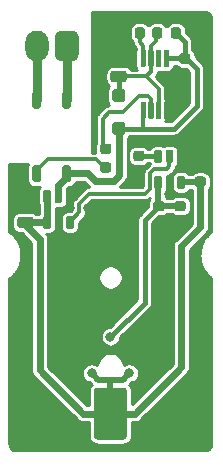
<source format=gbr>
%TF.GenerationSoftware,KiCad,Pcbnew,(5.1.6-0-10_14)*%
%TF.CreationDate,2022-05-10T09:10:30-04:00*%
%TF.ProjectId,Delay_Door_Switch-RevB,44656c61-795f-4446-9f6f-725f53776974,rev?*%
%TF.SameCoordinates,Original*%
%TF.FileFunction,Copper,L2,Bot*%
%TF.FilePolarity,Positive*%
%FSLAX46Y46*%
G04 Gerber Fmt 4.6, Leading zero omitted, Abs format (unit mm)*
G04 Created by KiCad (PCBNEW (5.1.6-0-10_14)) date 2022-05-10 09:10:30*
%MOMM*%
%LPD*%
G01*
G04 APERTURE LIST*
%TA.AperFunction,ComponentPad*%
%ADD10O,2.000000X2.600000*%
%TD*%
%TA.AperFunction,ViaPad*%
%ADD11C,0.800000*%
%TD*%
%TA.AperFunction,Conductor*%
%ADD12C,0.500000*%
%TD*%
%TA.AperFunction,Conductor*%
%ADD13C,0.600000*%
%TD*%
%TA.AperFunction,Conductor*%
%ADD14C,0.400000*%
%TD*%
%TA.AperFunction,Conductor*%
%ADD15C,0.300000*%
%TD*%
%TA.AperFunction,Conductor*%
%ADD16C,0.800000*%
%TD*%
%TA.AperFunction,Conductor*%
%ADD17C,0.254000*%
%TD*%
G04 APERTURE END LIST*
%TO.P,U3,5*%
%TO.N,VBAT*%
%TA.AperFunction,SMDPad,CuDef*%
G36*
G01*
X128422500Y-67720000D02*
X128877500Y-67720000D01*
G75*
G02*
X128975000Y-67817500I0J-97500D01*
G01*
X128975000Y-68682500D01*
G75*
G02*
X128877500Y-68780000I-97500J0D01*
G01*
X128422500Y-68780000D01*
G75*
G02*
X128325000Y-68682500I0J97500D01*
G01*
X128325000Y-67817500D01*
G75*
G02*
X128422500Y-67720000I97500J0D01*
G01*
G37*
%TD.AperFunction*%
%TO.P,U3,4*%
%TO.N,Net-(U1-Pad5)*%
%TA.AperFunction,SMDPad,CuDef*%
G36*
G01*
X130322500Y-67720000D02*
X130777500Y-67720000D01*
G75*
G02*
X130875000Y-67817500I0J-97500D01*
G01*
X130875000Y-68682500D01*
G75*
G02*
X130777500Y-68780000I-97500J0D01*
G01*
X130322500Y-68780000D01*
G75*
G02*
X130225000Y-68682500I0J97500D01*
G01*
X130225000Y-67817500D01*
G75*
G02*
X130322500Y-67720000I97500J0D01*
G01*
G37*
%TD.AperFunction*%
%TO.P,U3,3*%
%TO.N,GND*%
%TA.AperFunction,SMDPad,CuDef*%
G36*
G01*
X130322500Y-65520000D02*
X130777500Y-65520000D01*
G75*
G02*
X130875000Y-65617500I0J-97500D01*
G01*
X130875000Y-66482500D01*
G75*
G02*
X130777500Y-66580000I-97500J0D01*
G01*
X130322500Y-66580000D01*
G75*
G02*
X130225000Y-66482500I0J97500D01*
G01*
X130225000Y-65617500D01*
G75*
G02*
X130322500Y-65520000I97500J0D01*
G01*
G37*
%TD.AperFunction*%
%TO.P,U3,2*%
%TO.N,/VSW*%
%TA.AperFunction,SMDPad,CuDef*%
G36*
G01*
X129372500Y-65520000D02*
X129827500Y-65520000D01*
G75*
G02*
X129925000Y-65617500I0J-97500D01*
G01*
X129925000Y-66482500D01*
G75*
G02*
X129827500Y-66580000I-97500J0D01*
G01*
X129372500Y-66580000D01*
G75*
G02*
X129275000Y-66482500I0J97500D01*
G01*
X129275000Y-65617500D01*
G75*
G02*
X129372500Y-65520000I97500J0D01*
G01*
G37*
%TD.AperFunction*%
%TO.P,U3,1*%
%TO.N,VBAT*%
%TA.AperFunction,SMDPad,CuDef*%
G36*
G01*
X128422500Y-65520000D02*
X128877500Y-65520000D01*
G75*
G02*
X128975000Y-65617500I0J-97500D01*
G01*
X128975000Y-66482500D01*
G75*
G02*
X128877500Y-66580000I-97500J0D01*
G01*
X128422500Y-66580000D01*
G75*
G02*
X128325000Y-66482500I0J97500D01*
G01*
X128325000Y-65617500D01*
G75*
G02*
X128422500Y-65520000I97500J0D01*
G01*
G37*
%TD.AperFunction*%
%TD*%
%TO.P,U1,5*%
%TO.N,Net-(U1-Pad5)*%
%TA.AperFunction,SMDPad,CuDef*%
G36*
G01*
X139227500Y-63180000D02*
X138772500Y-63180000D01*
G75*
G02*
X138675000Y-63082500I0J97500D01*
G01*
X138675000Y-62217500D01*
G75*
G02*
X138772500Y-62120000I97500J0D01*
G01*
X139227500Y-62120000D01*
G75*
G02*
X139325000Y-62217500I0J-97500D01*
G01*
X139325000Y-63082500D01*
G75*
G02*
X139227500Y-63180000I-97500J0D01*
G01*
G37*
%TD.AperFunction*%
%TO.P,U1,6*%
%TO.N,GND*%
%TA.AperFunction,SMDPad,CuDef*%
G36*
G01*
X140177500Y-63180000D02*
X139722500Y-63180000D01*
G75*
G02*
X139625000Y-63082500I0J97500D01*
G01*
X139625000Y-62217500D01*
G75*
G02*
X139722500Y-62120000I97500J0D01*
G01*
X140177500Y-62120000D01*
G75*
G02*
X140275000Y-62217500I0J-97500D01*
G01*
X140275000Y-63082500D01*
G75*
G02*
X140177500Y-63180000I-97500J0D01*
G01*
G37*
%TD.AperFunction*%
%TO.P,U1,4*%
%TO.N,Net-(R5-Pad1)*%
%TA.AperFunction,SMDPad,CuDef*%
G36*
G01*
X138277500Y-63180000D02*
X137822500Y-63180000D01*
G75*
G02*
X137725000Y-63082500I0J97500D01*
G01*
X137725000Y-62217500D01*
G75*
G02*
X137822500Y-62120000I97500J0D01*
G01*
X138277500Y-62120000D01*
G75*
G02*
X138375000Y-62217500I0J-97500D01*
G01*
X138375000Y-63082500D01*
G75*
G02*
X138277500Y-63180000I-97500J0D01*
G01*
G37*
%TD.AperFunction*%
%TO.P,U1,3*%
%TO.N,Net-(R2-Pad1)*%
%TA.AperFunction,SMDPad,CuDef*%
G36*
G01*
X138277500Y-65380000D02*
X137822500Y-65380000D01*
G75*
G02*
X137725000Y-65282500I0J97500D01*
G01*
X137725000Y-64417500D01*
G75*
G02*
X137822500Y-64320000I97500J0D01*
G01*
X138277500Y-64320000D01*
G75*
G02*
X138375000Y-64417500I0J-97500D01*
G01*
X138375000Y-65282500D01*
G75*
G02*
X138277500Y-65380000I-97500J0D01*
G01*
G37*
%TD.AperFunction*%
%TO.P,U1,2*%
%TO.N,GND*%
%TA.AperFunction,SMDPad,CuDef*%
G36*
G01*
X139227500Y-65380000D02*
X138772500Y-65380000D01*
G75*
G02*
X138675000Y-65282500I0J97500D01*
G01*
X138675000Y-64417500D01*
G75*
G02*
X138772500Y-64320000I97500J0D01*
G01*
X139227500Y-64320000D01*
G75*
G02*
X139325000Y-64417500I0J-97500D01*
G01*
X139325000Y-65282500D01*
G75*
G02*
X139227500Y-65380000I-97500J0D01*
G01*
G37*
%TD.AperFunction*%
%TO.P,U1,1*%
%TO.N,VBAT*%
%TA.AperFunction,SMDPad,CuDef*%
G36*
G01*
X140177500Y-65380000D02*
X139722500Y-65380000D01*
G75*
G02*
X139625000Y-65282500I0J97500D01*
G01*
X139625000Y-64417500D01*
G75*
G02*
X139722500Y-64320000I97500J0D01*
G01*
X140177500Y-64320000D01*
G75*
G02*
X140275000Y-64417500I0J-97500D01*
G01*
X140275000Y-65282500D01*
G75*
G02*
X140177500Y-65380000I-97500J0D01*
G01*
G37*
%TD.AperFunction*%
%TD*%
%TO.P,D1,2*%
%TO.N,Net-(C1-Pad1)*%
%TA.AperFunction,SMDPad,CuDef*%
G36*
G01*
X135085000Y-58050000D02*
X134315000Y-58050000D01*
G75*
G02*
X134150000Y-57885000I0J165000D01*
G01*
X134150000Y-57115000D01*
G75*
G02*
X134315000Y-56950000I165000J0D01*
G01*
X135085000Y-56950000D01*
G75*
G02*
X135250000Y-57115000I0J-165000D01*
G01*
X135250000Y-57885000D01*
G75*
G02*
X135085000Y-58050000I-165000J0D01*
G01*
G37*
%TD.AperFunction*%
%TO.P,D1,1*%
%TO.N,/VSW*%
%TA.AperFunction,SMDPad,CuDef*%
G36*
G01*
X135085000Y-60850000D02*
X134315000Y-60850000D01*
G75*
G02*
X134150000Y-60685000I0J165000D01*
G01*
X134150000Y-59915000D01*
G75*
G02*
X134315000Y-59750000I165000J0D01*
G01*
X135085000Y-59750000D01*
G75*
G02*
X135250000Y-59915000I0J-165000D01*
G01*
X135250000Y-60685000D01*
G75*
G02*
X135085000Y-60850000I-165000J0D01*
G01*
G37*
%TD.AperFunction*%
%TD*%
%TO.P,U2,8*%
%TO.N,/VSW*%
%TA.AperFunction,SMDPad,CuDef*%
G36*
G01*
X138950000Y-53692500D02*
X138950000Y-55007500D01*
G75*
G02*
X138882500Y-55075000I-67500J0D01*
G01*
X138567500Y-55075000D01*
G75*
G02*
X138500000Y-55007500I0J67500D01*
G01*
X138500000Y-53692500D01*
G75*
G02*
X138567500Y-53625000I67500J0D01*
G01*
X138882500Y-53625000D01*
G75*
G02*
X138950000Y-53692500I0J-67500D01*
G01*
G37*
%TD.AperFunction*%
%TO.P,U2,7*%
%TO.N,Net-(U2-Pad7)*%
%TA.AperFunction,SMDPad,CuDef*%
G36*
G01*
X138300000Y-53692500D02*
X138300000Y-55007500D01*
G75*
G02*
X138232500Y-55075000I-67500J0D01*
G01*
X137917500Y-55075000D01*
G75*
G02*
X137850000Y-55007500I0J67500D01*
G01*
X137850000Y-53692500D01*
G75*
G02*
X137917500Y-53625000I67500J0D01*
G01*
X138232500Y-53625000D01*
G75*
G02*
X138300000Y-53692500I0J-67500D01*
G01*
G37*
%TD.AperFunction*%
%TO.P,U2,6*%
%TO.N,Net-(C1-Pad1)*%
%TA.AperFunction,SMDPad,CuDef*%
G36*
G01*
X137650000Y-53692500D02*
X137650000Y-55007500D01*
G75*
G02*
X137582500Y-55075000I-67500J0D01*
G01*
X137267500Y-55075000D01*
G75*
G02*
X137200000Y-55007500I0J67500D01*
G01*
X137200000Y-53692500D01*
G75*
G02*
X137267500Y-53625000I67500J0D01*
G01*
X137582500Y-53625000D01*
G75*
G02*
X137650000Y-53692500I0J-67500D01*
G01*
G37*
%TD.AperFunction*%
%TO.P,U2,5*%
%TO.N,Net-(C4-Pad1)*%
%TA.AperFunction,SMDPad,CuDef*%
G36*
G01*
X137000000Y-53692500D02*
X137000000Y-55007500D01*
G75*
G02*
X136932500Y-55075000I-67500J0D01*
G01*
X136617500Y-55075000D01*
G75*
G02*
X136550000Y-55007500I0J67500D01*
G01*
X136550000Y-53692500D01*
G75*
G02*
X136617500Y-53625000I67500J0D01*
G01*
X136932500Y-53625000D01*
G75*
G02*
X137000000Y-53692500I0J-67500D01*
G01*
G37*
%TD.AperFunction*%
%TO.P,U2,4*%
%TO.N,/VSW*%
%TA.AperFunction,SMDPad,CuDef*%
G36*
G01*
X137000000Y-58092500D02*
X137000000Y-59407500D01*
G75*
G02*
X136932500Y-59475000I-67500J0D01*
G01*
X136617500Y-59475000D01*
G75*
G02*
X136550000Y-59407500I0J67500D01*
G01*
X136550000Y-58092500D01*
G75*
G02*
X136617500Y-58025000I67500J0D01*
G01*
X136932500Y-58025000D01*
G75*
G02*
X137000000Y-58092500I0J-67500D01*
G01*
G37*
%TD.AperFunction*%
%TO.P,U2,3*%
%TO.N,Net-(R4-Pad2)*%
%TA.AperFunction,SMDPad,CuDef*%
G36*
G01*
X137650000Y-58092500D02*
X137650000Y-59407500D01*
G75*
G02*
X137582500Y-59475000I-67500J0D01*
G01*
X137267500Y-59475000D01*
G75*
G02*
X137200000Y-59407500I0J67500D01*
G01*
X137200000Y-58092500D01*
G75*
G02*
X137267500Y-58025000I67500J0D01*
G01*
X137582500Y-58025000D01*
G75*
G02*
X137650000Y-58092500I0J-67500D01*
G01*
G37*
%TD.AperFunction*%
%TO.P,U2,2*%
%TO.N,Net-(C1-Pad1)*%
%TA.AperFunction,SMDPad,CuDef*%
G36*
G01*
X138300000Y-58092500D02*
X138300000Y-59407500D01*
G75*
G02*
X138232500Y-59475000I-67500J0D01*
G01*
X137917500Y-59475000D01*
G75*
G02*
X137850000Y-59407500I0J67500D01*
G01*
X137850000Y-58092500D01*
G75*
G02*
X137917500Y-58025000I67500J0D01*
G01*
X138232500Y-58025000D01*
G75*
G02*
X138300000Y-58092500I0J-67500D01*
G01*
G37*
%TD.AperFunction*%
%TO.P,U2,1*%
%TO.N,GND*%
%TA.AperFunction,SMDPad,CuDef*%
G36*
G01*
X138950000Y-58092500D02*
X138950000Y-59407500D01*
G75*
G02*
X138882500Y-59475000I-67500J0D01*
G01*
X138567500Y-59475000D01*
G75*
G02*
X138500000Y-59407500I0J67500D01*
G01*
X138500000Y-58092500D01*
G75*
G02*
X138567500Y-58025000I67500J0D01*
G01*
X138882500Y-58025000D01*
G75*
G02*
X138950000Y-58092500I0J-67500D01*
G01*
G37*
%TD.AperFunction*%
%TD*%
D10*
%TO.P,J1,2*%
%TO.N,Net-(J1-Pad2)*%
X127760000Y-53300000D03*
%TO.P,J1,1*%
%TO.N,Net-(J1-Pad1)*%
%TA.AperFunction,ComponentPad*%
G36*
G01*
X131300000Y-52500000D02*
X131300000Y-54100000D01*
G75*
G02*
X130800000Y-54600000I-500000J0D01*
G01*
X129800000Y-54600000D01*
G75*
G02*
X129300000Y-54100000I0J500000D01*
G01*
X129300000Y-52500000D01*
G75*
G02*
X129800000Y-52000000I500000J0D01*
G01*
X130800000Y-52000000D01*
G75*
G02*
X131300000Y-52500000I0J-500000D01*
G01*
G37*
%TD.AperFunction*%
%TD*%
%TO.P,U4,4*%
%TO.N,Net-(J1-Pad1)*%
%TA.AperFunction,SMDPad,CuDef*%
G36*
G01*
X130500000Y-58600000D02*
X130100000Y-58600000D01*
G75*
G02*
X129900000Y-58400000I0J200000D01*
G01*
X129900000Y-57350000D01*
G75*
G02*
X130100000Y-57150000I200000J0D01*
G01*
X130500000Y-57150000D01*
G75*
G02*
X130700000Y-57350000I0J-200000D01*
G01*
X130700000Y-58400000D01*
G75*
G02*
X130500000Y-58600000I-200000J0D01*
G01*
G37*
%TD.AperFunction*%
%TO.P,U4,3*%
%TO.N,Net-(J1-Pad2)*%
%TA.AperFunction,SMDPad,CuDef*%
G36*
G01*
X127960000Y-58600000D02*
X127560000Y-58600000D01*
G75*
G02*
X127360000Y-58400000I0J200000D01*
G01*
X127360000Y-57350000D01*
G75*
G02*
X127560000Y-57150000I200000J0D01*
G01*
X127960000Y-57150000D01*
G75*
G02*
X128160000Y-57350000I0J-200000D01*
G01*
X128160000Y-58400000D01*
G75*
G02*
X127960000Y-58600000I-200000J0D01*
G01*
G37*
%TD.AperFunction*%
%TO.P,U4,2*%
%TO.N,Net-(R4-Pad1)*%
%TA.AperFunction,SMDPad,CuDef*%
G36*
G01*
X127960000Y-64850000D02*
X127560000Y-64850000D01*
G75*
G02*
X127360000Y-64650000I0J200000D01*
G01*
X127360000Y-63600000D01*
G75*
G02*
X127560000Y-63400000I200000J0D01*
G01*
X127960000Y-63400000D01*
G75*
G02*
X128160000Y-63600000I0J-200000D01*
G01*
X128160000Y-64650000D01*
G75*
G02*
X127960000Y-64850000I-200000J0D01*
G01*
G37*
%TD.AperFunction*%
%TO.P,U4,1*%
%TO.N,/VSW*%
%TA.AperFunction,SMDPad,CuDef*%
G36*
G01*
X130500000Y-64850000D02*
X130100000Y-64850000D01*
G75*
G02*
X129900000Y-64650000I0J200000D01*
G01*
X129900000Y-63600000D01*
G75*
G02*
X130100000Y-63400000I200000J0D01*
G01*
X130500000Y-63400000D01*
G75*
G02*
X130700000Y-63600000I0J-200000D01*
G01*
X130700000Y-64650000D01*
G75*
G02*
X130500000Y-64850000I-200000J0D01*
G01*
G37*
%TD.AperFunction*%
%TD*%
%TO.P,BT1,1*%
%TO.N,VBAT*%
%TA.AperFunction,SMDPad,CuDef*%
G36*
G01*
X132880000Y-82225000D02*
X135120000Y-82225000D01*
G75*
G02*
X135400000Y-82505000I0J-280000D01*
G01*
X135400000Y-86345000D01*
G75*
G02*
X135120000Y-86625000I-280000J0D01*
G01*
X132880000Y-86625000D01*
G75*
G02*
X132600000Y-86345000I0J280000D01*
G01*
X132600000Y-82505000D01*
G75*
G02*
X132880000Y-82225000I280000J0D01*
G01*
G37*
%TD.AperFunction*%
%TO.P,BT1,2*%
%TO.N,GND*%
%TA.AperFunction,SMDPad,CuDef*%
G36*
G01*
X132880000Y-66375000D02*
X135120000Y-66375000D01*
G75*
G02*
X135400000Y-66655000I0J-280000D01*
G01*
X135400000Y-70495000D01*
G75*
G02*
X135120000Y-70775000I-280000J0D01*
G01*
X132880000Y-70775000D01*
G75*
G02*
X132600000Y-70495000I0J280000D01*
G01*
X132600000Y-66655000D01*
G75*
G02*
X132880000Y-66375000I280000J0D01*
G01*
G37*
%TD.AperFunction*%
%TD*%
%TO.P,R5,2*%
%TO.N,GND*%
%TA.AperFunction,SMDPad,CuDef*%
G36*
G01*
X136143750Y-63750000D02*
X136656250Y-63750000D01*
G75*
G02*
X136875000Y-63968750I0J-218750D01*
G01*
X136875000Y-64406250D01*
G75*
G02*
X136656250Y-64625000I-218750J0D01*
G01*
X136143750Y-64625000D01*
G75*
G02*
X135925000Y-64406250I0J218750D01*
G01*
X135925000Y-63968750D01*
G75*
G02*
X136143750Y-63750000I218750J0D01*
G01*
G37*
%TD.AperFunction*%
%TO.P,R5,1*%
%TO.N,Net-(R5-Pad1)*%
%TA.AperFunction,SMDPad,CuDef*%
G36*
G01*
X136143750Y-62175000D02*
X136656250Y-62175000D01*
G75*
G02*
X136875000Y-62393750I0J-218750D01*
G01*
X136875000Y-62831250D01*
G75*
G02*
X136656250Y-63050000I-218750J0D01*
G01*
X136143750Y-63050000D01*
G75*
G02*
X135925000Y-62831250I0J218750D01*
G01*
X135925000Y-62393750D01*
G75*
G02*
X136143750Y-62175000I218750J0D01*
G01*
G37*
%TD.AperFunction*%
%TD*%
%TO.P,R4,2*%
%TO.N,Net-(R4-Pad2)*%
%TA.AperFunction,SMDPad,CuDef*%
G36*
G01*
X133856250Y-62450000D02*
X133343750Y-62450000D01*
G75*
G02*
X133125000Y-62231250I0J218750D01*
G01*
X133125000Y-61793750D01*
G75*
G02*
X133343750Y-61575000I218750J0D01*
G01*
X133856250Y-61575000D01*
G75*
G02*
X134075000Y-61793750I0J-218750D01*
G01*
X134075000Y-62231250D01*
G75*
G02*
X133856250Y-62450000I-218750J0D01*
G01*
G37*
%TD.AperFunction*%
%TO.P,R4,1*%
%TO.N,Net-(R4-Pad1)*%
%TA.AperFunction,SMDPad,CuDef*%
G36*
G01*
X133856250Y-64025000D02*
X133343750Y-64025000D01*
G75*
G02*
X133125000Y-63806250I0J218750D01*
G01*
X133125000Y-63368750D01*
G75*
G02*
X133343750Y-63150000I218750J0D01*
G01*
X133856250Y-63150000D01*
G75*
G02*
X134075000Y-63368750I0J-218750D01*
G01*
X134075000Y-63806250D01*
G75*
G02*
X133856250Y-64025000I-218750J0D01*
G01*
G37*
%TD.AperFunction*%
%TD*%
%TO.P,R3,2*%
%TO.N,GND*%
%TA.AperFunction,SMDPad,CuDef*%
G36*
G01*
X139643750Y-68000000D02*
X140156250Y-68000000D01*
G75*
G02*
X140375000Y-68218750I0J-218750D01*
G01*
X140375000Y-68656250D01*
G75*
G02*
X140156250Y-68875000I-218750J0D01*
G01*
X139643750Y-68875000D01*
G75*
G02*
X139425000Y-68656250I0J218750D01*
G01*
X139425000Y-68218750D01*
G75*
G02*
X139643750Y-68000000I218750J0D01*
G01*
G37*
%TD.AperFunction*%
%TO.P,R3,1*%
%TO.N,Net-(R2-Pad1)*%
%TA.AperFunction,SMDPad,CuDef*%
G36*
G01*
X139643750Y-66425000D02*
X140156250Y-66425000D01*
G75*
G02*
X140375000Y-66643750I0J-218750D01*
G01*
X140375000Y-67081250D01*
G75*
G02*
X140156250Y-67300000I-218750J0D01*
G01*
X139643750Y-67300000D01*
G75*
G02*
X139425000Y-67081250I0J218750D01*
G01*
X139425000Y-66643750D01*
G75*
G02*
X139643750Y-66425000I218750J0D01*
G01*
G37*
%TD.AperFunction*%
%TD*%
%TO.P,R2,2*%
%TO.N,GND*%
%TA.AperFunction,SMDPad,CuDef*%
G36*
G01*
X137843750Y-68000000D02*
X138356250Y-68000000D01*
G75*
G02*
X138575000Y-68218750I0J-218750D01*
G01*
X138575000Y-68656250D01*
G75*
G02*
X138356250Y-68875000I-218750J0D01*
G01*
X137843750Y-68875000D01*
G75*
G02*
X137625000Y-68656250I0J218750D01*
G01*
X137625000Y-68218750D01*
G75*
G02*
X137843750Y-68000000I218750J0D01*
G01*
G37*
%TD.AperFunction*%
%TO.P,R2,1*%
%TO.N,Net-(R2-Pad1)*%
%TA.AperFunction,SMDPad,CuDef*%
G36*
G01*
X137843750Y-66425000D02*
X138356250Y-66425000D01*
G75*
G02*
X138575000Y-66643750I0J-218750D01*
G01*
X138575000Y-67081250D01*
G75*
G02*
X138356250Y-67300000I-218750J0D01*
G01*
X137843750Y-67300000D01*
G75*
G02*
X137625000Y-67081250I0J218750D01*
G01*
X137625000Y-66643750D01*
G75*
G02*
X137843750Y-66425000I218750J0D01*
G01*
G37*
%TD.AperFunction*%
%TD*%
%TO.P,R1,2*%
%TO.N,Net-(C1-Pad1)*%
%TA.AperFunction,SMDPad,CuDef*%
G36*
G01*
X138400000Y-51943750D02*
X138400000Y-52456250D01*
G75*
G02*
X138181250Y-52675000I-218750J0D01*
G01*
X137743750Y-52675000D01*
G75*
G02*
X137525000Y-52456250I0J218750D01*
G01*
X137525000Y-51943750D01*
G75*
G02*
X137743750Y-51725000I218750J0D01*
G01*
X138181250Y-51725000D01*
G75*
G02*
X138400000Y-51943750I0J-218750D01*
G01*
G37*
%TD.AperFunction*%
%TO.P,R1,1*%
%TO.N,/VSW*%
%TA.AperFunction,SMDPad,CuDef*%
G36*
G01*
X139975000Y-51943750D02*
X139975000Y-52456250D01*
G75*
G02*
X139756250Y-52675000I-218750J0D01*
G01*
X139318750Y-52675000D01*
G75*
G02*
X139100000Y-52456250I0J218750D01*
G01*
X139100000Y-51943750D01*
G75*
G02*
X139318750Y-51725000I218750J0D01*
G01*
X139756250Y-51725000D01*
G75*
G02*
X139975000Y-51943750I0J-218750D01*
G01*
G37*
%TD.AperFunction*%
%TD*%
%TO.P,C5,2*%
%TO.N,GND*%
%TA.AperFunction,SMDPad,CuDef*%
G36*
G01*
X127256250Y-66850000D02*
X126343750Y-66850000D01*
G75*
G02*
X126100000Y-66606250I0J243750D01*
G01*
X126100000Y-66118750D01*
G75*
G02*
X126343750Y-65875000I243750J0D01*
G01*
X127256250Y-65875000D01*
G75*
G02*
X127500000Y-66118750I0J-243750D01*
G01*
X127500000Y-66606250D01*
G75*
G02*
X127256250Y-66850000I-243750J0D01*
G01*
G37*
%TD.AperFunction*%
%TO.P,C5,1*%
%TO.N,VBAT*%
%TA.AperFunction,SMDPad,CuDef*%
G36*
G01*
X127256250Y-68725000D02*
X126343750Y-68725000D01*
G75*
G02*
X126100000Y-68481250I0J243750D01*
G01*
X126100000Y-67993750D01*
G75*
G02*
X126343750Y-67750000I243750J0D01*
G01*
X127256250Y-67750000D01*
G75*
G02*
X127500000Y-67993750I0J-243750D01*
G01*
X127500000Y-68481250D01*
G75*
G02*
X127256250Y-68725000I-243750J0D01*
G01*
G37*
%TD.AperFunction*%
%TD*%
%TO.P,C4,2*%
%TO.N,GND*%
%TA.AperFunction,SMDPad,CuDef*%
G36*
G01*
X135350000Y-51943750D02*
X135350000Y-52456250D01*
G75*
G02*
X135131250Y-52675000I-218750J0D01*
G01*
X134693750Y-52675000D01*
G75*
G02*
X134475000Y-52456250I0J218750D01*
G01*
X134475000Y-51943750D01*
G75*
G02*
X134693750Y-51725000I218750J0D01*
G01*
X135131250Y-51725000D01*
G75*
G02*
X135350000Y-51943750I0J-218750D01*
G01*
G37*
%TD.AperFunction*%
%TO.P,C4,1*%
%TO.N,Net-(C4-Pad1)*%
%TA.AperFunction,SMDPad,CuDef*%
G36*
G01*
X136925000Y-51943750D02*
X136925000Y-52456250D01*
G75*
G02*
X136706250Y-52675000I-218750J0D01*
G01*
X136268750Y-52675000D01*
G75*
G02*
X136050000Y-52456250I0J218750D01*
G01*
X136050000Y-51943750D01*
G75*
G02*
X136268750Y-51725000I218750J0D01*
G01*
X136706250Y-51725000D01*
G75*
G02*
X136925000Y-51943750I0J-218750D01*
G01*
G37*
%TD.AperFunction*%
%TD*%
%TO.P,C3,2*%
%TO.N,GND*%
%TA.AperFunction,SMDPad,CuDef*%
G36*
G01*
X140043750Y-55500000D02*
X140556250Y-55500000D01*
G75*
G02*
X140775000Y-55718750I0J-218750D01*
G01*
X140775000Y-56156250D01*
G75*
G02*
X140556250Y-56375000I-218750J0D01*
G01*
X140043750Y-56375000D01*
G75*
G02*
X139825000Y-56156250I0J218750D01*
G01*
X139825000Y-55718750D01*
G75*
G02*
X140043750Y-55500000I218750J0D01*
G01*
G37*
%TD.AperFunction*%
%TO.P,C3,1*%
%TO.N,/VSW*%
%TA.AperFunction,SMDPad,CuDef*%
G36*
G01*
X140043750Y-53925000D02*
X140556250Y-53925000D01*
G75*
G02*
X140775000Y-54143750I0J-218750D01*
G01*
X140775000Y-54581250D01*
G75*
G02*
X140556250Y-54800000I-218750J0D01*
G01*
X140043750Y-54800000D01*
G75*
G02*
X139825000Y-54581250I0J218750D01*
G01*
X139825000Y-54143750D01*
G75*
G02*
X140043750Y-53925000I218750J0D01*
G01*
G37*
%TD.AperFunction*%
%TD*%
%TO.P,C2,2*%
%TO.N,GND*%
%TA.AperFunction,SMDPad,CuDef*%
G36*
G01*
X141856250Y-63650000D02*
X141343750Y-63650000D01*
G75*
G02*
X141125000Y-63431250I0J218750D01*
G01*
X141125000Y-62993750D01*
G75*
G02*
X141343750Y-62775000I218750J0D01*
G01*
X141856250Y-62775000D01*
G75*
G02*
X142075000Y-62993750I0J-218750D01*
G01*
X142075000Y-63431250D01*
G75*
G02*
X141856250Y-63650000I-218750J0D01*
G01*
G37*
%TD.AperFunction*%
%TO.P,C2,1*%
%TO.N,VBAT*%
%TA.AperFunction,SMDPad,CuDef*%
G36*
G01*
X141856250Y-65225000D02*
X141343750Y-65225000D01*
G75*
G02*
X141125000Y-65006250I0J218750D01*
G01*
X141125000Y-64568750D01*
G75*
G02*
X141343750Y-64350000I218750J0D01*
G01*
X141856250Y-64350000D01*
G75*
G02*
X142075000Y-64568750I0J-218750D01*
G01*
X142075000Y-65006250D01*
G75*
G02*
X141856250Y-65225000I-218750J0D01*
G01*
G37*
%TD.AperFunction*%
%TD*%
%TO.P,C1,2*%
%TO.N,GND*%
%TA.AperFunction,SMDPad,CuDef*%
G36*
G01*
X135156250Y-54500000D02*
X134243750Y-54500000D01*
G75*
G02*
X134000000Y-54256250I0J243750D01*
G01*
X134000000Y-53768750D01*
G75*
G02*
X134243750Y-53525000I243750J0D01*
G01*
X135156250Y-53525000D01*
G75*
G02*
X135400000Y-53768750I0J-243750D01*
G01*
X135400000Y-54256250D01*
G75*
G02*
X135156250Y-54500000I-243750J0D01*
G01*
G37*
%TD.AperFunction*%
%TO.P,C1,1*%
%TO.N,Net-(C1-Pad1)*%
%TA.AperFunction,SMDPad,CuDef*%
G36*
G01*
X135156250Y-56375000D02*
X134243750Y-56375000D01*
G75*
G02*
X134000000Y-56131250I0J243750D01*
G01*
X134000000Y-55643750D01*
G75*
G02*
X134243750Y-55400000I243750J0D01*
G01*
X135156250Y-55400000D01*
G75*
G02*
X135400000Y-55643750I0J-243750D01*
G01*
X135400000Y-56131250D01*
G75*
G02*
X135156250Y-56375000I-243750J0D01*
G01*
G37*
%TD.AperFunction*%
%TD*%
D11*
%TO.N,GND*%
X133550000Y-54012500D03*
X135900000Y-67050000D03*
X135900000Y-68575000D03*
X135900000Y-70100000D03*
X132100000Y-68575000D03*
X134050000Y-52200000D03*
X140300000Y-56800000D03*
X136400000Y-65000000D03*
X141600000Y-62400000D03*
X130550000Y-67000000D03*
X139000000Y-65800000D03*
X139500000Y-58750000D03*
X132100000Y-67050000D03*
X132100000Y-70100000D03*
X141000000Y-86000000D03*
X127000000Y-86000000D03*
X126800000Y-65500000D03*
X139000000Y-68437500D03*
X141750000Y-51250000D03*
X130000000Y-80500000D03*
X138000000Y-80500000D03*
X126250000Y-74000000D03*
X141750000Y-74000000D03*
%TO.N,VBAT*%
X135600000Y-81000000D03*
X132400000Y-81000000D03*
%TO.N,Net-(R2-Pad1)*%
X134000000Y-77925000D03*
%TD*%
D12*
%TO.N,GND*%
X141600000Y-63212500D02*
X141600000Y-62400000D01*
X130550000Y-67000000D02*
X130550000Y-66050000D01*
X136400000Y-64187500D02*
X136400000Y-65000000D01*
X134000000Y-68575000D02*
X135900000Y-68575000D01*
X134000000Y-68575000D02*
X132100000Y-68575000D01*
D13*
X126800000Y-65500000D02*
X126800000Y-66362500D01*
D12*
X139000000Y-64850000D02*
X139000000Y-65800000D01*
X138100000Y-68437500D02*
X139000000Y-68437500D01*
X139900000Y-68437500D02*
X139000000Y-68437500D01*
D14*
X140300000Y-55937500D02*
X140300000Y-56800000D01*
X138725000Y-58750000D02*
X139500000Y-58750000D01*
D12*
X134912500Y-52200000D02*
X134050000Y-52200000D01*
X134700000Y-54012500D02*
X133550000Y-54012500D01*
D13*
%TO.N,VBAT*%
X128650000Y-66050000D02*
X128650000Y-68250000D01*
D12*
X128587500Y-68187500D02*
X128650000Y-68250000D01*
X140012500Y-64787500D02*
X139950000Y-64850000D01*
X141600000Y-64787500D02*
X140012500Y-64787500D01*
D13*
X128637500Y-68237500D02*
X128650000Y-68250000D01*
X126800000Y-68237500D02*
X128637500Y-68237500D01*
D12*
X132400000Y-81000000D02*
X132950001Y-81550001D01*
X135049999Y-81550001D02*
X135600000Y-81000000D01*
X134000000Y-81600002D02*
X134050001Y-81550001D01*
X134050001Y-81550001D02*
X135049999Y-81550001D01*
X134000000Y-84425000D02*
X134000000Y-81600002D01*
X132950001Y-81550001D02*
X134050001Y-81550001D01*
D13*
X140000000Y-80500000D02*
X136075000Y-84425000D01*
X136075000Y-84425000D02*
X134000000Y-84425000D01*
X141600000Y-68650000D02*
X140000000Y-70250000D01*
X140000000Y-70250000D02*
X140000000Y-80500000D01*
X141600000Y-64787500D02*
X141600000Y-68650000D01*
X131675000Y-84425000D02*
X134000000Y-84425000D01*
X128000000Y-80750000D02*
X131675000Y-84425000D01*
X128000000Y-69650000D02*
X128000000Y-80750000D01*
X126800000Y-68450000D02*
X128000000Y-69650000D01*
X126800000Y-68237500D02*
X126800000Y-68450000D01*
D15*
%TO.N,Net-(C1-Pad1)*%
X134700000Y-55887500D02*
X137012500Y-55887500D01*
X137425000Y-55475000D02*
X137425000Y-54350000D01*
X137012500Y-55887500D02*
X137425000Y-55475000D01*
X138075000Y-56950000D02*
X137012500Y-55887500D01*
X138075000Y-58750000D02*
X138075000Y-56950000D01*
D14*
X134700000Y-57442880D02*
X134671440Y-57471440D01*
X134700000Y-55887500D02*
X134700000Y-57442880D01*
D15*
X137425000Y-53325000D02*
X137425000Y-54350000D01*
X137850000Y-52900000D02*
X137425000Y-53325000D01*
X137850000Y-52312500D02*
X137850000Y-52900000D01*
X137962500Y-52200000D02*
X137850000Y-52312500D01*
D13*
%TO.N,/VSW*%
X129600000Y-65300000D02*
X129600000Y-66050000D01*
X129600000Y-65100000D02*
X129600000Y-65300000D01*
X130300000Y-64400000D02*
X129600000Y-65100000D01*
X130300000Y-64125000D02*
X130300000Y-64400000D01*
D14*
X140287500Y-54350000D02*
X140300000Y-54362500D01*
X138725000Y-54350000D02*
X140287500Y-54350000D01*
X140300000Y-52962500D02*
X139537500Y-52200000D01*
X140300000Y-54362500D02*
X140300000Y-52962500D01*
D15*
X136775000Y-60175000D02*
X136650000Y-60300000D01*
X136775000Y-58750000D02*
X136775000Y-60175000D01*
D14*
X134700000Y-60300000D02*
X136650000Y-60300000D01*
X141300000Y-55250000D02*
X140412500Y-54362500D01*
X141300000Y-58350000D02*
X141300000Y-55250000D01*
X140412500Y-54362500D02*
X140300000Y-54362500D01*
X139350000Y-60300000D02*
X141300000Y-58350000D01*
X136650000Y-60300000D02*
X139350000Y-60300000D01*
D13*
X134750000Y-60350000D02*
X134700000Y-60300000D01*
X134750000Y-64250000D02*
X134750000Y-60350000D01*
X134300000Y-64700000D02*
X134750000Y-64250000D01*
X132700000Y-64700000D02*
X134300000Y-64700000D01*
X132100000Y-64100000D02*
X132700000Y-64700000D01*
X130325000Y-64100000D02*
X132100000Y-64100000D01*
X130300000Y-64125000D02*
X130325000Y-64100000D01*
D15*
%TO.N,Net-(C4-Pad1)*%
X136487500Y-52987500D02*
X136775000Y-53275000D01*
X136487500Y-52200000D02*
X136487500Y-52987500D01*
X136775000Y-54350000D02*
X136775000Y-53275000D01*
D16*
%TO.N,Net-(J1-Pad2)*%
X127760000Y-57875000D02*
X127760000Y-53300000D01*
%TO.N,Net-(J1-Pad1)*%
X130300000Y-53300000D02*
X130300000Y-57875000D01*
D15*
%TO.N,Net-(R2-Pad1)*%
X138162500Y-64962500D02*
X138050000Y-64850000D01*
D12*
X138050000Y-66812500D02*
X138100000Y-66862500D01*
X138050000Y-64850000D02*
X138050000Y-66812500D01*
X138100000Y-66862500D02*
X139900000Y-66862500D01*
D14*
X138100000Y-66862500D02*
X136900000Y-68062500D01*
X136900000Y-75025000D02*
X134000000Y-77925000D01*
X136900000Y-68062500D02*
X136900000Y-75025000D01*
D15*
%TO.N,Net-(R4-Pad2)*%
X137425000Y-57775000D02*
X137425000Y-58750000D01*
X136394998Y-57550000D02*
X137200000Y-57550000D01*
X137200000Y-57550000D02*
X137425000Y-57775000D01*
X133900000Y-58900000D02*
X135044998Y-58900000D01*
X135044998Y-58900000D02*
X136394998Y-57550000D01*
X133350000Y-59450000D02*
X133900000Y-58900000D01*
X133350000Y-61762500D02*
X133350000Y-59450000D01*
X133600000Y-62012500D02*
X133350000Y-61762500D01*
%TO.N,Net-(R4-Pad1)*%
X132800000Y-62900000D02*
X133487500Y-63587500D01*
X128700000Y-62900000D02*
X132800000Y-62900000D01*
X127760000Y-63840000D02*
X128700000Y-62900000D01*
X133487500Y-63587500D02*
X133600000Y-63587500D01*
X127760000Y-64125000D02*
X127760000Y-63840000D01*
D14*
%TO.N,Net-(R5-Pad1)*%
X138012500Y-62612500D02*
X138050000Y-62650000D01*
X136400000Y-62612500D02*
X138012500Y-62612500D01*
D15*
%TO.N,Net-(U1-Pad5)*%
X131349999Y-66650001D02*
X131349999Y-67400001D01*
X137374999Y-65375001D02*
X136950000Y-65800000D01*
X136950000Y-65800000D02*
X132200000Y-65800000D01*
X137664998Y-63750000D02*
X137374999Y-64039999D01*
X131349999Y-67400001D02*
X130550000Y-68200000D01*
X138750000Y-63750000D02*
X137664998Y-63750000D01*
X132200000Y-65800000D02*
X131349999Y-66650001D01*
X137374999Y-64039999D02*
X137374999Y-65375001D01*
X139000000Y-63500000D02*
X138750000Y-63750000D01*
X130550000Y-68200000D02*
X130550000Y-68250000D01*
X139000000Y-62650000D02*
X139000000Y-63500000D01*
%TD*%
D17*
%TO.N,GND*%
G36*
X142106022Y-50464563D02*
G01*
X142207999Y-50495353D01*
X142302061Y-50545366D01*
X142384613Y-50612694D01*
X142452515Y-50694774D01*
X142503182Y-50788481D01*
X142534684Y-50890245D01*
X142548001Y-51016948D01*
X142548000Y-69009667D01*
X142499279Y-69042530D01*
X142471778Y-69065281D01*
X142443455Y-69086979D01*
X142438873Y-69091320D01*
X142155217Y-69363860D01*
X142128585Y-69394993D01*
X142101524Y-69425747D01*
X142097877Y-69430889D01*
X142097873Y-69430894D01*
X142097870Y-69430899D01*
X141872555Y-69753342D01*
X141852480Y-69789049D01*
X141831906Y-69824478D01*
X141829324Y-69830237D01*
X141670928Y-70190306D01*
X141658163Y-70229257D01*
X141644870Y-70267985D01*
X141643456Y-70274135D01*
X141558015Y-70658113D01*
X141553058Y-70698810D01*
X141547541Y-70739372D01*
X141547349Y-70745670D01*
X141547348Y-70745681D01*
X141547349Y-70745691D01*
X141538116Y-71138941D01*
X141541154Y-71179777D01*
X141543624Y-71220688D01*
X141544659Y-71226902D01*
X141544660Y-71226913D01*
X141544663Y-71226923D01*
X141611989Y-71614478D01*
X141622910Y-71653979D01*
X141633271Y-71693599D01*
X141635493Y-71699494D01*
X141635496Y-71699504D01*
X141635500Y-71699513D01*
X141776822Y-72066611D01*
X141795209Y-72103241D01*
X141813066Y-72140088D01*
X141816394Y-72145445D01*
X141816397Y-72145450D01*
X141816400Y-72145454D01*
X142026334Y-72478113D01*
X142051480Y-72510467D01*
X142076160Y-72543153D01*
X142080463Y-72547759D01*
X142080468Y-72547765D01*
X142080473Y-72547770D01*
X142351022Y-72833316D01*
X142381977Y-72860173D01*
X142412532Y-72887439D01*
X142417647Y-72891121D01*
X142417654Y-72891127D01*
X142417661Y-72891131D01*
X142548000Y-72983570D01*
X142548001Y-86977881D01*
X142535436Y-87106023D01*
X142504648Y-87207999D01*
X142454634Y-87302061D01*
X142387307Y-87384612D01*
X142305227Y-87452515D01*
X142211520Y-87503182D01*
X142109755Y-87534684D01*
X141983062Y-87548000D01*
X126022109Y-87548000D01*
X125893977Y-87535436D01*
X125792001Y-87504648D01*
X125697939Y-87454634D01*
X125615388Y-87387307D01*
X125547485Y-87305227D01*
X125496818Y-87211520D01*
X125465316Y-87109755D01*
X125452000Y-86983062D01*
X125452000Y-72990359D01*
X125500403Y-72957717D01*
X125527877Y-72934993D01*
X125556205Y-72913299D01*
X125560787Y-72908959D01*
X125844492Y-72636468D01*
X125871136Y-72605333D01*
X125898194Y-72574592D01*
X125901846Y-72569445D01*
X126127222Y-72247040D01*
X126147324Y-72211300D01*
X126167884Y-72175909D01*
X126170467Y-72170151D01*
X126328927Y-71810109D01*
X126341690Y-71771186D01*
X126354999Y-71732437D01*
X126356411Y-71726293D01*
X126356414Y-71726285D01*
X126356415Y-71726277D01*
X126441924Y-71342324D01*
X126446888Y-71301634D01*
X126452412Y-71261067D01*
X126452606Y-71254759D01*
X126461909Y-70861500D01*
X126458878Y-70820664D01*
X126456415Y-70779753D01*
X126455379Y-70773528D01*
X126388121Y-70385950D01*
X126377212Y-70346465D01*
X126366853Y-70306825D01*
X126364631Y-70300927D01*
X126364629Y-70300921D01*
X126364626Y-70300916D01*
X126223369Y-69933789D01*
X126205003Y-69897186D01*
X126187138Y-69860303D01*
X126183808Y-69854942D01*
X125973930Y-69522240D01*
X125948817Y-69489916D01*
X125924117Y-69457192D01*
X125919809Y-69452580D01*
X125649307Y-69166979D01*
X125618369Y-69140127D01*
X125587805Y-69112843D01*
X125582689Y-69109160D01*
X125582686Y-69109157D01*
X125582683Y-69109155D01*
X125452000Y-69016438D01*
X125452000Y-63327000D01*
X126996066Y-63327000D01*
X126978819Y-63359267D01*
X126943021Y-63477275D01*
X126930934Y-63600000D01*
X126930934Y-64650000D01*
X126943021Y-64772725D01*
X126978819Y-64890733D01*
X127036951Y-64999490D01*
X127115183Y-65094817D01*
X127210510Y-65173049D01*
X127319267Y-65231181D01*
X127437275Y-65266979D01*
X127560000Y-65279066D01*
X127960000Y-65279066D01*
X128027819Y-65272387D01*
X127984676Y-65324956D01*
X127936016Y-65415992D01*
X127906052Y-65514772D01*
X127895934Y-65617500D01*
X127895934Y-66482500D01*
X127906052Y-66585228D01*
X127923000Y-66641100D01*
X127923001Y-67510500D01*
X127722868Y-67510500D01*
X127630047Y-67434324D01*
X127513726Y-67372149D01*
X127387510Y-67333862D01*
X127256250Y-67320934D01*
X126343750Y-67320934D01*
X126212490Y-67333862D01*
X126086274Y-67372149D01*
X125969953Y-67434324D01*
X125867997Y-67517997D01*
X125784324Y-67619953D01*
X125722149Y-67736274D01*
X125683862Y-67862490D01*
X125670934Y-67993750D01*
X125670934Y-68481250D01*
X125683862Y-68612510D01*
X125722149Y-68738726D01*
X125784324Y-68855047D01*
X125867997Y-68957003D01*
X125969953Y-69040676D01*
X126086274Y-69102851D01*
X126212490Y-69141138D01*
X126343750Y-69154066D01*
X126475934Y-69154066D01*
X127273000Y-69951133D01*
X127273001Y-80714282D01*
X127269483Y-80750000D01*
X127283520Y-80892517D01*
X127325090Y-81029556D01*
X127359965Y-81094802D01*
X127392598Y-81155853D01*
X127483447Y-81266554D01*
X127511189Y-81289321D01*
X131135683Y-84913817D01*
X131158446Y-84941554D01*
X131269147Y-85032403D01*
X131308602Y-85053492D01*
X131395443Y-85099910D01*
X131532482Y-85141480D01*
X131675000Y-85155517D01*
X131710708Y-85152000D01*
X132170934Y-85152000D01*
X132170934Y-86345000D01*
X132184559Y-86483332D01*
X132224908Y-86616348D01*
X132290433Y-86738936D01*
X132378615Y-86846385D01*
X132486064Y-86934567D01*
X132608652Y-87000092D01*
X132741668Y-87040441D01*
X132880000Y-87054066D01*
X135120000Y-87054066D01*
X135258332Y-87040441D01*
X135391348Y-87000092D01*
X135513936Y-86934567D01*
X135621385Y-86846385D01*
X135709567Y-86738936D01*
X135775092Y-86616348D01*
X135815441Y-86483332D01*
X135829066Y-86345000D01*
X135829066Y-85152000D01*
X136039292Y-85152000D01*
X136075000Y-85155517D01*
X136217517Y-85141480D01*
X136354557Y-85099910D01*
X136480853Y-85032403D01*
X136591554Y-84941554D01*
X136614326Y-84913806D01*
X140488812Y-81039321D01*
X140516554Y-81016554D01*
X140607403Y-80905853D01*
X140674910Y-80779557D01*
X140716480Y-80642517D01*
X140727000Y-80535708D01*
X140730517Y-80500001D01*
X140727000Y-80464293D01*
X140727000Y-70551132D01*
X142088817Y-69189317D01*
X142116554Y-69166554D01*
X142207403Y-69055853D01*
X142274910Y-68929557D01*
X142277966Y-68919483D01*
X142316480Y-68792518D01*
X142330517Y-68650000D01*
X142327000Y-68614292D01*
X142327000Y-65448880D01*
X142394889Y-65366157D01*
X142454754Y-65254158D01*
X142491618Y-65132633D01*
X142504066Y-65006250D01*
X142504066Y-64568750D01*
X142491618Y-64442367D01*
X142454754Y-64320842D01*
X142394889Y-64208843D01*
X142314325Y-64110675D01*
X142216157Y-64030111D01*
X142104158Y-63970246D01*
X141982633Y-63933382D01*
X141856250Y-63920934D01*
X141343750Y-63920934D01*
X141217367Y-63933382D01*
X141095842Y-63970246D01*
X140983843Y-64030111D01*
X140885888Y-64110500D01*
X140603460Y-64110500D01*
X140549838Y-64045162D01*
X140470044Y-63979676D01*
X140379008Y-63931016D01*
X140280228Y-63901052D01*
X140177500Y-63890934D01*
X139722500Y-63890934D01*
X139619772Y-63901052D01*
X139520992Y-63931016D01*
X139429956Y-63979676D01*
X139350162Y-64045162D01*
X139284676Y-64124956D01*
X139236016Y-64215992D01*
X139206052Y-64314772D01*
X139195934Y-64417500D01*
X139195934Y-65282500D01*
X139206052Y-65385228D01*
X139236016Y-65484008D01*
X139284676Y-65575044D01*
X139350162Y-65654838D01*
X139429956Y-65720324D01*
X139520992Y-65768984D01*
X139619772Y-65798948D01*
X139722500Y-65809066D01*
X140177500Y-65809066D01*
X140280228Y-65798948D01*
X140379008Y-65768984D01*
X140470044Y-65720324D01*
X140549838Y-65654838D01*
X140615324Y-65575044D01*
X140663984Y-65484008D01*
X140669902Y-65464500D01*
X140873000Y-65464500D01*
X140873001Y-68348865D01*
X139511189Y-69710679D01*
X139483446Y-69733447D01*
X139392597Y-69844148D01*
X139335356Y-69951238D01*
X139325090Y-69970444D01*
X139283520Y-70107483D01*
X139269483Y-70250000D01*
X139273000Y-70285708D01*
X139273001Y-80198866D01*
X135829066Y-83642802D01*
X135829066Y-82505000D01*
X135815441Y-82366668D01*
X135775092Y-82233652D01*
X135709567Y-82111064D01*
X135621385Y-82003615D01*
X135584268Y-81973154D01*
X135742582Y-81814840D01*
X135841227Y-81795218D01*
X135991731Y-81732877D01*
X136127181Y-81642372D01*
X136242372Y-81527181D01*
X136332877Y-81391731D01*
X136395218Y-81241227D01*
X136427000Y-81081452D01*
X136427000Y-80918548D01*
X136395218Y-80758773D01*
X136332877Y-80608269D01*
X136242372Y-80472819D01*
X136127181Y-80357628D01*
X135991731Y-80267123D01*
X135841227Y-80204782D01*
X135681452Y-80173000D01*
X135518548Y-80173000D01*
X135358773Y-80204782D01*
X135208269Y-80267123D01*
X135127000Y-80321425D01*
X135127000Y-80289000D01*
X135083690Y-80071266D01*
X134998734Y-79866165D01*
X134875398Y-79681579D01*
X134718421Y-79524602D01*
X134533835Y-79401266D01*
X134328734Y-79316310D01*
X134111000Y-79273000D01*
X133889000Y-79273000D01*
X133671266Y-79316310D01*
X133466165Y-79401266D01*
X133281579Y-79524602D01*
X133124602Y-79681579D01*
X133001266Y-79866165D01*
X132916310Y-80071266D01*
X132873000Y-80289000D01*
X132873000Y-80321425D01*
X132791731Y-80267123D01*
X132641227Y-80204782D01*
X132481452Y-80173000D01*
X132318548Y-80173000D01*
X132158773Y-80204782D01*
X132008269Y-80267123D01*
X131872819Y-80357628D01*
X131757628Y-80472819D01*
X131667123Y-80608269D01*
X131604782Y-80758773D01*
X131573000Y-80918548D01*
X131573000Y-81081452D01*
X131604782Y-81241227D01*
X131667123Y-81391731D01*
X131757628Y-81527181D01*
X131872819Y-81642372D01*
X132008269Y-81732877D01*
X132158773Y-81795218D01*
X132257417Y-81814840D01*
X132415731Y-81973154D01*
X132378615Y-82003615D01*
X132290433Y-82111064D01*
X132224908Y-82233652D01*
X132184559Y-82366668D01*
X132170934Y-82505000D01*
X132170934Y-83698000D01*
X131976134Y-83698000D01*
X128727000Y-80448868D01*
X128727000Y-72798849D01*
X132973000Y-72798849D01*
X132973000Y-73001151D01*
X133012467Y-73199565D01*
X133089885Y-73386467D01*
X133202277Y-73554674D01*
X133345326Y-73697723D01*
X133513533Y-73810115D01*
X133700435Y-73887533D01*
X133898849Y-73927000D01*
X134101151Y-73927000D01*
X134299565Y-73887533D01*
X134486467Y-73810115D01*
X134654674Y-73697723D01*
X134797723Y-73554674D01*
X134910115Y-73386467D01*
X134987533Y-73199565D01*
X135027000Y-73001151D01*
X135027000Y-72798849D01*
X134987533Y-72600435D01*
X134910115Y-72413533D01*
X134797723Y-72245326D01*
X134654674Y-72102277D01*
X134486467Y-71989885D01*
X134299565Y-71912467D01*
X134101151Y-71873000D01*
X133898849Y-71873000D01*
X133700435Y-71912467D01*
X133513533Y-71989885D01*
X133345326Y-72102277D01*
X133202277Y-72245326D01*
X133089885Y-72413533D01*
X133012467Y-72600435D01*
X132973000Y-72798849D01*
X128727000Y-72798849D01*
X128727000Y-69685705D01*
X128730517Y-69649999D01*
X128725519Y-69599260D01*
X128716480Y-69507483D01*
X128674910Y-69370443D01*
X128607403Y-69244147D01*
X128578613Y-69209066D01*
X128877500Y-69209066D01*
X128980228Y-69198948D01*
X129079008Y-69168984D01*
X129170044Y-69120324D01*
X129249838Y-69054838D01*
X129315324Y-68975044D01*
X129363984Y-68884008D01*
X129393948Y-68785228D01*
X129404066Y-68682500D01*
X129404066Y-67817500D01*
X129393948Y-67714772D01*
X129377000Y-67658901D01*
X129377000Y-67009066D01*
X129827500Y-67009066D01*
X129930228Y-66998948D01*
X130029008Y-66968984D01*
X130120044Y-66920324D01*
X130199838Y-66854838D01*
X130265324Y-66775044D01*
X130313984Y-66684008D01*
X130343948Y-66585228D01*
X130354066Y-66482500D01*
X130354066Y-65617500D01*
X130343948Y-65514772D01*
X130327000Y-65458901D01*
X130327000Y-65401132D01*
X130449066Y-65279066D01*
X130500000Y-65279066D01*
X130622725Y-65266979D01*
X130740733Y-65231181D01*
X130849490Y-65173049D01*
X130944817Y-65094817D01*
X131023049Y-64999490D01*
X131081181Y-64890733D01*
X131100515Y-64827000D01*
X131798868Y-64827000D01*
X132160678Y-65188811D01*
X132183446Y-65216554D01*
X132189197Y-65221274D01*
X132171669Y-65223000D01*
X132171664Y-65223000D01*
X132144886Y-65225637D01*
X132086888Y-65231349D01*
X132022782Y-65250796D01*
X131978124Y-65264343D01*
X131877885Y-65317921D01*
X131790026Y-65390026D01*
X131771963Y-65412036D01*
X130962037Y-66221962D01*
X130940025Y-66240027D01*
X130867920Y-66327887D01*
X130814342Y-66428126D01*
X130805931Y-66455853D01*
X130781348Y-66536890D01*
X130778427Y-66566554D01*
X130773026Y-66621397D01*
X130770209Y-66650001D01*
X130772999Y-66678332D01*
X130772999Y-67161000D01*
X130643065Y-67290934D01*
X130322500Y-67290934D01*
X130219772Y-67301052D01*
X130120992Y-67331016D01*
X130029956Y-67379676D01*
X129950162Y-67445162D01*
X129884676Y-67524956D01*
X129836016Y-67615992D01*
X129806052Y-67714772D01*
X129795934Y-67817500D01*
X129795934Y-68682500D01*
X129806052Y-68785228D01*
X129836016Y-68884008D01*
X129884676Y-68975044D01*
X129950162Y-69054838D01*
X130029956Y-69120324D01*
X130120992Y-69168984D01*
X130219772Y-69198948D01*
X130322500Y-69209066D01*
X130777500Y-69209066D01*
X130880228Y-69198948D01*
X130979008Y-69168984D01*
X131070044Y-69120324D01*
X131149838Y-69054838D01*
X131215324Y-68975044D01*
X131263984Y-68884008D01*
X131293948Y-68785228D01*
X131304066Y-68682500D01*
X131304066Y-68261935D01*
X131737961Y-67828040D01*
X131759973Y-67809975D01*
X131832078Y-67722116D01*
X131885656Y-67621877D01*
X131918649Y-67513113D01*
X131926999Y-67428337D01*
X131926999Y-67428331D01*
X131929789Y-67400002D01*
X131926999Y-67371673D01*
X131926999Y-66889002D01*
X132439001Y-66377000D01*
X136921669Y-66377000D01*
X136950000Y-66379790D01*
X136978331Y-66377000D01*
X136978336Y-66377000D01*
X137008045Y-66374074D01*
X137063111Y-66368651D01*
X137107770Y-66355103D01*
X137171876Y-66335657D01*
X137272115Y-66282079D01*
X137359974Y-66209974D01*
X137373001Y-66194101D01*
X137373001Y-66201119D01*
X137305111Y-66283843D01*
X137245246Y-66395842D01*
X137208382Y-66517367D01*
X137195934Y-66643750D01*
X137195934Y-66879854D01*
X136478427Y-67597362D01*
X136454499Y-67616999D01*
X136376147Y-67712473D01*
X136317925Y-67821398D01*
X136288172Y-67919483D01*
X136282073Y-67939588D01*
X136269967Y-68062500D01*
X136273000Y-68093294D01*
X136273001Y-74765287D01*
X133940289Y-77098000D01*
X133918548Y-77098000D01*
X133758773Y-77129782D01*
X133608269Y-77192123D01*
X133472819Y-77282628D01*
X133357628Y-77397819D01*
X133267123Y-77533269D01*
X133204782Y-77683773D01*
X133173000Y-77843548D01*
X133173000Y-78006452D01*
X133204782Y-78166227D01*
X133267123Y-78316731D01*
X133357628Y-78452181D01*
X133472819Y-78567372D01*
X133608269Y-78657877D01*
X133758773Y-78720218D01*
X133918548Y-78752000D01*
X134081452Y-78752000D01*
X134241227Y-78720218D01*
X134391731Y-78657877D01*
X134527181Y-78567372D01*
X134642372Y-78452181D01*
X134732877Y-78316731D01*
X134795218Y-78166227D01*
X134827000Y-78006452D01*
X134827000Y-77984711D01*
X137321578Y-75490134D01*
X137345501Y-75470501D01*
X137423853Y-75375028D01*
X137482075Y-75266103D01*
X137517927Y-75147913D01*
X137527000Y-75055794D01*
X137527000Y-75055793D01*
X137530033Y-75025001D01*
X137527000Y-74994209D01*
X137527000Y-68322211D01*
X138120146Y-67729066D01*
X138356250Y-67729066D01*
X138482633Y-67716618D01*
X138604158Y-67679754D01*
X138716157Y-67619889D01*
X138814112Y-67539500D01*
X139185888Y-67539500D01*
X139283843Y-67619889D01*
X139395842Y-67679754D01*
X139517367Y-67716618D01*
X139643750Y-67729066D01*
X140156250Y-67729066D01*
X140282633Y-67716618D01*
X140404158Y-67679754D01*
X140516157Y-67619889D01*
X140614325Y-67539325D01*
X140694889Y-67441157D01*
X140754754Y-67329158D01*
X140791618Y-67207633D01*
X140804066Y-67081250D01*
X140804066Y-66643750D01*
X140791618Y-66517367D01*
X140754754Y-66395842D01*
X140694889Y-66283843D01*
X140614325Y-66185675D01*
X140516157Y-66105111D01*
X140404158Y-66045246D01*
X140282633Y-66008382D01*
X140156250Y-65995934D01*
X139643750Y-65995934D01*
X139517367Y-66008382D01*
X139395842Y-66045246D01*
X139283843Y-66105111D01*
X139185888Y-66185500D01*
X138814112Y-66185500D01*
X138727000Y-66114010D01*
X138727000Y-65553200D01*
X138763984Y-65484008D01*
X138793948Y-65385228D01*
X138804066Y-65282500D01*
X138804066Y-64417500D01*
X138794991Y-64325360D01*
X138808045Y-64324074D01*
X138863111Y-64318651D01*
X138907770Y-64305103D01*
X138971876Y-64285657D01*
X139072115Y-64232079D01*
X139159974Y-64159974D01*
X139178040Y-64137961D01*
X139387957Y-63928043D01*
X139409974Y-63909974D01*
X139482079Y-63822115D01*
X139535657Y-63721876D01*
X139568650Y-63613112D01*
X139577000Y-63528336D01*
X139577000Y-63528330D01*
X139579790Y-63500001D01*
X139577174Y-63473438D01*
X139599838Y-63454838D01*
X139665324Y-63375044D01*
X139713984Y-63284008D01*
X139743948Y-63185228D01*
X139754066Y-63082500D01*
X139754066Y-62217500D01*
X139743948Y-62114772D01*
X139713984Y-62015992D01*
X139665324Y-61924956D01*
X139599838Y-61845162D01*
X139520044Y-61779676D01*
X139429008Y-61731016D01*
X139330228Y-61701052D01*
X139227500Y-61690934D01*
X138772500Y-61690934D01*
X138669772Y-61701052D01*
X138570992Y-61731016D01*
X138525000Y-61755599D01*
X138479008Y-61731016D01*
X138380228Y-61701052D01*
X138277500Y-61690934D01*
X137822500Y-61690934D01*
X137719772Y-61701052D01*
X137620992Y-61731016D01*
X137529956Y-61779676D01*
X137450162Y-61845162D01*
X137384676Y-61924956D01*
X137352314Y-61985500D01*
X137155215Y-61985500D01*
X137114325Y-61935675D01*
X137016157Y-61855111D01*
X136904158Y-61795246D01*
X136782633Y-61758382D01*
X136656250Y-61745934D01*
X136143750Y-61745934D01*
X136017367Y-61758382D01*
X135895842Y-61795246D01*
X135783843Y-61855111D01*
X135685675Y-61935675D01*
X135605111Y-62033843D01*
X135545246Y-62145842D01*
X135508382Y-62267367D01*
X135495934Y-62393750D01*
X135495934Y-62831250D01*
X135508382Y-62957633D01*
X135545246Y-63079158D01*
X135605111Y-63191157D01*
X135685675Y-63289325D01*
X135783843Y-63369889D01*
X135895842Y-63429754D01*
X136017367Y-63466618D01*
X136143750Y-63479066D01*
X136656250Y-63479066D01*
X136782633Y-63466618D01*
X136904158Y-63429754D01*
X137016157Y-63369889D01*
X137114325Y-63289325D01*
X137155215Y-63239500D01*
X137322515Y-63239500D01*
X137333478Y-63275640D01*
X137255024Y-63340026D01*
X137236955Y-63362043D01*
X136987038Y-63611959D01*
X136965025Y-63630025D01*
X136892920Y-63717885D01*
X136839342Y-63818124D01*
X136832706Y-63840000D01*
X136806348Y-63926888D01*
X136795209Y-64039999D01*
X136797999Y-64068330D01*
X136798000Y-65135999D01*
X136710999Y-65223000D01*
X134808699Y-65223000D01*
X134816554Y-65216554D01*
X134839326Y-65188806D01*
X135238811Y-64789321D01*
X135266553Y-64766554D01*
X135357403Y-64655853D01*
X135424910Y-64529557D01*
X135449918Y-64447115D01*
X135466480Y-64392518D01*
X135480517Y-64250001D01*
X135477000Y-64214293D01*
X135477000Y-61128103D01*
X135505068Y-61105068D01*
X135578948Y-61015045D01*
X135626009Y-60927000D01*
X139319206Y-60927000D01*
X139350000Y-60930033D01*
X139380794Y-60927000D01*
X139472913Y-60917927D01*
X139591103Y-60882075D01*
X139700028Y-60823853D01*
X139795501Y-60745501D01*
X139815138Y-60721573D01*
X141721579Y-58815133D01*
X141745501Y-58795501D01*
X141823853Y-58700028D01*
X141882075Y-58591103D01*
X141917927Y-58472913D01*
X141927000Y-58380794D01*
X141927000Y-58380793D01*
X141930033Y-58350001D01*
X141927000Y-58319209D01*
X141927000Y-55280794D01*
X141930033Y-55250000D01*
X141917927Y-55127087D01*
X141882075Y-55008896D01*
X141823853Y-54899972D01*
X141812105Y-54885657D01*
X141745501Y-54804499D01*
X141721573Y-54784862D01*
X141204066Y-54267355D01*
X141204066Y-54143750D01*
X141191618Y-54017367D01*
X141154754Y-53895842D01*
X141094889Y-53783843D01*
X141014325Y-53685675D01*
X140927000Y-53614010D01*
X140927000Y-52993294D01*
X140930033Y-52962500D01*
X140917927Y-52839587D01*
X140901941Y-52786889D01*
X140882075Y-52721397D01*
X140823853Y-52612472D01*
X140745501Y-52516999D01*
X140721578Y-52497366D01*
X140404066Y-52179854D01*
X140404066Y-51943750D01*
X140391618Y-51817367D01*
X140354754Y-51695842D01*
X140294889Y-51583843D01*
X140214325Y-51485675D01*
X140116157Y-51405111D01*
X140004158Y-51345246D01*
X139882633Y-51308382D01*
X139756250Y-51295934D01*
X139318750Y-51295934D01*
X139192367Y-51308382D01*
X139070842Y-51345246D01*
X138958843Y-51405111D01*
X138860675Y-51485675D01*
X138780111Y-51583843D01*
X138750000Y-51640176D01*
X138719889Y-51583843D01*
X138639325Y-51485675D01*
X138541157Y-51405111D01*
X138429158Y-51345246D01*
X138307633Y-51308382D01*
X138181250Y-51295934D01*
X137743750Y-51295934D01*
X137617367Y-51308382D01*
X137495842Y-51345246D01*
X137383843Y-51405111D01*
X137285675Y-51485675D01*
X137225000Y-51559608D01*
X137164325Y-51485675D01*
X137066157Y-51405111D01*
X136954158Y-51345246D01*
X136832633Y-51308382D01*
X136706250Y-51295934D01*
X136268750Y-51295934D01*
X136142367Y-51308382D01*
X136020842Y-51345246D01*
X135908843Y-51405111D01*
X135810675Y-51485675D01*
X135730111Y-51583843D01*
X135670246Y-51695842D01*
X135633382Y-51817367D01*
X135620934Y-51943750D01*
X135620934Y-52456250D01*
X135633382Y-52582633D01*
X135670246Y-52704158D01*
X135730111Y-52816157D01*
X135810675Y-52914325D01*
X135908402Y-52994527D01*
X135918849Y-53100611D01*
X135937438Y-53161888D01*
X135951844Y-53209376D01*
X136005422Y-53309615D01*
X136031487Y-53341375D01*
X136059463Y-53375464D01*
X136059466Y-53375467D01*
X136077527Y-53397474D01*
X136099534Y-53415535D01*
X136168395Y-53484396D01*
X136158733Y-53502472D01*
X136130475Y-53595625D01*
X136120934Y-53692500D01*
X136120934Y-55007500D01*
X136130475Y-55104375D01*
X136158733Y-55197528D01*
X136204620Y-55283377D01*
X136226879Y-55310500D01*
X135737349Y-55310500D01*
X135715676Y-55269953D01*
X135632003Y-55167997D01*
X135530047Y-55084324D01*
X135413726Y-55022149D01*
X135287510Y-54983862D01*
X135156250Y-54970934D01*
X134243750Y-54970934D01*
X134112490Y-54983862D01*
X133986274Y-55022149D01*
X133869953Y-55084324D01*
X133767997Y-55167997D01*
X133684324Y-55269953D01*
X133622149Y-55386274D01*
X133583862Y-55512490D01*
X133570934Y-55643750D01*
X133570934Y-56131250D01*
X133583862Y-56262510D01*
X133622149Y-56388726D01*
X133684324Y-56505047D01*
X133767997Y-56607003D01*
X133869953Y-56690676D01*
X133889743Y-56701254D01*
X133821052Y-56784955D01*
X133766155Y-56887661D01*
X133732349Y-56999103D01*
X133720934Y-57115000D01*
X133720934Y-57885000D01*
X133732349Y-58000897D01*
X133766155Y-58112339D01*
X133821052Y-58215045D01*
X133894932Y-58305068D01*
X133915208Y-58321708D01*
X133899999Y-58320210D01*
X133871670Y-58323000D01*
X133871664Y-58323000D01*
X133786888Y-58331350D01*
X133678124Y-58364343D01*
X133577885Y-58417921D01*
X133490026Y-58490026D01*
X133471963Y-58512036D01*
X132962034Y-59021965D01*
X132940027Y-59040026D01*
X132921966Y-59062033D01*
X132921963Y-59062036D01*
X132898840Y-59090212D01*
X132867922Y-59127885D01*
X132817556Y-59222114D01*
X132814344Y-59228124D01*
X132781349Y-59336889D01*
X132770210Y-59450000D01*
X132773001Y-59478341D01*
X132773000Y-61493918D01*
X132745246Y-61545842D01*
X132708382Y-61667367D01*
X132695934Y-61793750D01*
X132695934Y-62231250D01*
X132704971Y-62323000D01*
X132427000Y-62323000D01*
X132427000Y-50452000D01*
X141977891Y-50452000D01*
X142106022Y-50464563D01*
G37*
X142106022Y-50464563D02*
X142207999Y-50495353D01*
X142302061Y-50545366D01*
X142384613Y-50612694D01*
X142452515Y-50694774D01*
X142503182Y-50788481D01*
X142534684Y-50890245D01*
X142548001Y-51016948D01*
X142548000Y-69009667D01*
X142499279Y-69042530D01*
X142471778Y-69065281D01*
X142443455Y-69086979D01*
X142438873Y-69091320D01*
X142155217Y-69363860D01*
X142128585Y-69394993D01*
X142101524Y-69425747D01*
X142097877Y-69430889D01*
X142097873Y-69430894D01*
X142097870Y-69430899D01*
X141872555Y-69753342D01*
X141852480Y-69789049D01*
X141831906Y-69824478D01*
X141829324Y-69830237D01*
X141670928Y-70190306D01*
X141658163Y-70229257D01*
X141644870Y-70267985D01*
X141643456Y-70274135D01*
X141558015Y-70658113D01*
X141553058Y-70698810D01*
X141547541Y-70739372D01*
X141547349Y-70745670D01*
X141547348Y-70745681D01*
X141547349Y-70745691D01*
X141538116Y-71138941D01*
X141541154Y-71179777D01*
X141543624Y-71220688D01*
X141544659Y-71226902D01*
X141544660Y-71226913D01*
X141544663Y-71226923D01*
X141611989Y-71614478D01*
X141622910Y-71653979D01*
X141633271Y-71693599D01*
X141635493Y-71699494D01*
X141635496Y-71699504D01*
X141635500Y-71699513D01*
X141776822Y-72066611D01*
X141795209Y-72103241D01*
X141813066Y-72140088D01*
X141816394Y-72145445D01*
X141816397Y-72145450D01*
X141816400Y-72145454D01*
X142026334Y-72478113D01*
X142051480Y-72510467D01*
X142076160Y-72543153D01*
X142080463Y-72547759D01*
X142080468Y-72547765D01*
X142080473Y-72547770D01*
X142351022Y-72833316D01*
X142381977Y-72860173D01*
X142412532Y-72887439D01*
X142417647Y-72891121D01*
X142417654Y-72891127D01*
X142417661Y-72891131D01*
X142548000Y-72983570D01*
X142548001Y-86977881D01*
X142535436Y-87106023D01*
X142504648Y-87207999D01*
X142454634Y-87302061D01*
X142387307Y-87384612D01*
X142305227Y-87452515D01*
X142211520Y-87503182D01*
X142109755Y-87534684D01*
X141983062Y-87548000D01*
X126022109Y-87548000D01*
X125893977Y-87535436D01*
X125792001Y-87504648D01*
X125697939Y-87454634D01*
X125615388Y-87387307D01*
X125547485Y-87305227D01*
X125496818Y-87211520D01*
X125465316Y-87109755D01*
X125452000Y-86983062D01*
X125452000Y-72990359D01*
X125500403Y-72957717D01*
X125527877Y-72934993D01*
X125556205Y-72913299D01*
X125560787Y-72908959D01*
X125844492Y-72636468D01*
X125871136Y-72605333D01*
X125898194Y-72574592D01*
X125901846Y-72569445D01*
X126127222Y-72247040D01*
X126147324Y-72211300D01*
X126167884Y-72175909D01*
X126170467Y-72170151D01*
X126328927Y-71810109D01*
X126341690Y-71771186D01*
X126354999Y-71732437D01*
X126356411Y-71726293D01*
X126356414Y-71726285D01*
X126356415Y-71726277D01*
X126441924Y-71342324D01*
X126446888Y-71301634D01*
X126452412Y-71261067D01*
X126452606Y-71254759D01*
X126461909Y-70861500D01*
X126458878Y-70820664D01*
X126456415Y-70779753D01*
X126455379Y-70773528D01*
X126388121Y-70385950D01*
X126377212Y-70346465D01*
X126366853Y-70306825D01*
X126364631Y-70300927D01*
X126364629Y-70300921D01*
X126364626Y-70300916D01*
X126223369Y-69933789D01*
X126205003Y-69897186D01*
X126187138Y-69860303D01*
X126183808Y-69854942D01*
X125973930Y-69522240D01*
X125948817Y-69489916D01*
X125924117Y-69457192D01*
X125919809Y-69452580D01*
X125649307Y-69166979D01*
X125618369Y-69140127D01*
X125587805Y-69112843D01*
X125582689Y-69109160D01*
X125582686Y-69109157D01*
X125582683Y-69109155D01*
X125452000Y-69016438D01*
X125452000Y-63327000D01*
X126996066Y-63327000D01*
X126978819Y-63359267D01*
X126943021Y-63477275D01*
X126930934Y-63600000D01*
X126930934Y-64650000D01*
X126943021Y-64772725D01*
X126978819Y-64890733D01*
X127036951Y-64999490D01*
X127115183Y-65094817D01*
X127210510Y-65173049D01*
X127319267Y-65231181D01*
X127437275Y-65266979D01*
X127560000Y-65279066D01*
X127960000Y-65279066D01*
X128027819Y-65272387D01*
X127984676Y-65324956D01*
X127936016Y-65415992D01*
X127906052Y-65514772D01*
X127895934Y-65617500D01*
X127895934Y-66482500D01*
X127906052Y-66585228D01*
X127923000Y-66641100D01*
X127923001Y-67510500D01*
X127722868Y-67510500D01*
X127630047Y-67434324D01*
X127513726Y-67372149D01*
X127387510Y-67333862D01*
X127256250Y-67320934D01*
X126343750Y-67320934D01*
X126212490Y-67333862D01*
X126086274Y-67372149D01*
X125969953Y-67434324D01*
X125867997Y-67517997D01*
X125784324Y-67619953D01*
X125722149Y-67736274D01*
X125683862Y-67862490D01*
X125670934Y-67993750D01*
X125670934Y-68481250D01*
X125683862Y-68612510D01*
X125722149Y-68738726D01*
X125784324Y-68855047D01*
X125867997Y-68957003D01*
X125969953Y-69040676D01*
X126086274Y-69102851D01*
X126212490Y-69141138D01*
X126343750Y-69154066D01*
X126475934Y-69154066D01*
X127273000Y-69951133D01*
X127273001Y-80714282D01*
X127269483Y-80750000D01*
X127283520Y-80892517D01*
X127325090Y-81029556D01*
X127359965Y-81094802D01*
X127392598Y-81155853D01*
X127483447Y-81266554D01*
X127511189Y-81289321D01*
X131135683Y-84913817D01*
X131158446Y-84941554D01*
X131269147Y-85032403D01*
X131308602Y-85053492D01*
X131395443Y-85099910D01*
X131532482Y-85141480D01*
X131675000Y-85155517D01*
X131710708Y-85152000D01*
X132170934Y-85152000D01*
X132170934Y-86345000D01*
X132184559Y-86483332D01*
X132224908Y-86616348D01*
X132290433Y-86738936D01*
X132378615Y-86846385D01*
X132486064Y-86934567D01*
X132608652Y-87000092D01*
X132741668Y-87040441D01*
X132880000Y-87054066D01*
X135120000Y-87054066D01*
X135258332Y-87040441D01*
X135391348Y-87000092D01*
X135513936Y-86934567D01*
X135621385Y-86846385D01*
X135709567Y-86738936D01*
X135775092Y-86616348D01*
X135815441Y-86483332D01*
X135829066Y-86345000D01*
X135829066Y-85152000D01*
X136039292Y-85152000D01*
X136075000Y-85155517D01*
X136217517Y-85141480D01*
X136354557Y-85099910D01*
X136480853Y-85032403D01*
X136591554Y-84941554D01*
X136614326Y-84913806D01*
X140488812Y-81039321D01*
X140516554Y-81016554D01*
X140607403Y-80905853D01*
X140674910Y-80779557D01*
X140716480Y-80642517D01*
X140727000Y-80535708D01*
X140730517Y-80500001D01*
X140727000Y-80464293D01*
X140727000Y-70551132D01*
X142088817Y-69189317D01*
X142116554Y-69166554D01*
X142207403Y-69055853D01*
X142274910Y-68929557D01*
X142277966Y-68919483D01*
X142316480Y-68792518D01*
X142330517Y-68650000D01*
X142327000Y-68614292D01*
X142327000Y-65448880D01*
X142394889Y-65366157D01*
X142454754Y-65254158D01*
X142491618Y-65132633D01*
X142504066Y-65006250D01*
X142504066Y-64568750D01*
X142491618Y-64442367D01*
X142454754Y-64320842D01*
X142394889Y-64208843D01*
X142314325Y-64110675D01*
X142216157Y-64030111D01*
X142104158Y-63970246D01*
X141982633Y-63933382D01*
X141856250Y-63920934D01*
X141343750Y-63920934D01*
X141217367Y-63933382D01*
X141095842Y-63970246D01*
X140983843Y-64030111D01*
X140885888Y-64110500D01*
X140603460Y-64110500D01*
X140549838Y-64045162D01*
X140470044Y-63979676D01*
X140379008Y-63931016D01*
X140280228Y-63901052D01*
X140177500Y-63890934D01*
X139722500Y-63890934D01*
X139619772Y-63901052D01*
X139520992Y-63931016D01*
X139429956Y-63979676D01*
X139350162Y-64045162D01*
X139284676Y-64124956D01*
X139236016Y-64215992D01*
X139206052Y-64314772D01*
X139195934Y-64417500D01*
X139195934Y-65282500D01*
X139206052Y-65385228D01*
X139236016Y-65484008D01*
X139284676Y-65575044D01*
X139350162Y-65654838D01*
X139429956Y-65720324D01*
X139520992Y-65768984D01*
X139619772Y-65798948D01*
X139722500Y-65809066D01*
X140177500Y-65809066D01*
X140280228Y-65798948D01*
X140379008Y-65768984D01*
X140470044Y-65720324D01*
X140549838Y-65654838D01*
X140615324Y-65575044D01*
X140663984Y-65484008D01*
X140669902Y-65464500D01*
X140873000Y-65464500D01*
X140873001Y-68348865D01*
X139511189Y-69710679D01*
X139483446Y-69733447D01*
X139392597Y-69844148D01*
X139335356Y-69951238D01*
X139325090Y-69970444D01*
X139283520Y-70107483D01*
X139269483Y-70250000D01*
X139273000Y-70285708D01*
X139273001Y-80198866D01*
X135829066Y-83642802D01*
X135829066Y-82505000D01*
X135815441Y-82366668D01*
X135775092Y-82233652D01*
X135709567Y-82111064D01*
X135621385Y-82003615D01*
X135584268Y-81973154D01*
X135742582Y-81814840D01*
X135841227Y-81795218D01*
X135991731Y-81732877D01*
X136127181Y-81642372D01*
X136242372Y-81527181D01*
X136332877Y-81391731D01*
X136395218Y-81241227D01*
X136427000Y-81081452D01*
X136427000Y-80918548D01*
X136395218Y-80758773D01*
X136332877Y-80608269D01*
X136242372Y-80472819D01*
X136127181Y-80357628D01*
X135991731Y-80267123D01*
X135841227Y-80204782D01*
X135681452Y-80173000D01*
X135518548Y-80173000D01*
X135358773Y-80204782D01*
X135208269Y-80267123D01*
X135127000Y-80321425D01*
X135127000Y-80289000D01*
X135083690Y-80071266D01*
X134998734Y-79866165D01*
X134875398Y-79681579D01*
X134718421Y-79524602D01*
X134533835Y-79401266D01*
X134328734Y-79316310D01*
X134111000Y-79273000D01*
X133889000Y-79273000D01*
X133671266Y-79316310D01*
X133466165Y-79401266D01*
X133281579Y-79524602D01*
X133124602Y-79681579D01*
X133001266Y-79866165D01*
X132916310Y-80071266D01*
X132873000Y-80289000D01*
X132873000Y-80321425D01*
X132791731Y-80267123D01*
X132641227Y-80204782D01*
X132481452Y-80173000D01*
X132318548Y-80173000D01*
X132158773Y-80204782D01*
X132008269Y-80267123D01*
X131872819Y-80357628D01*
X131757628Y-80472819D01*
X131667123Y-80608269D01*
X131604782Y-80758773D01*
X131573000Y-80918548D01*
X131573000Y-81081452D01*
X131604782Y-81241227D01*
X131667123Y-81391731D01*
X131757628Y-81527181D01*
X131872819Y-81642372D01*
X132008269Y-81732877D01*
X132158773Y-81795218D01*
X132257417Y-81814840D01*
X132415731Y-81973154D01*
X132378615Y-82003615D01*
X132290433Y-82111064D01*
X132224908Y-82233652D01*
X132184559Y-82366668D01*
X132170934Y-82505000D01*
X132170934Y-83698000D01*
X131976134Y-83698000D01*
X128727000Y-80448868D01*
X128727000Y-72798849D01*
X132973000Y-72798849D01*
X132973000Y-73001151D01*
X133012467Y-73199565D01*
X133089885Y-73386467D01*
X133202277Y-73554674D01*
X133345326Y-73697723D01*
X133513533Y-73810115D01*
X133700435Y-73887533D01*
X133898849Y-73927000D01*
X134101151Y-73927000D01*
X134299565Y-73887533D01*
X134486467Y-73810115D01*
X134654674Y-73697723D01*
X134797723Y-73554674D01*
X134910115Y-73386467D01*
X134987533Y-73199565D01*
X135027000Y-73001151D01*
X135027000Y-72798849D01*
X134987533Y-72600435D01*
X134910115Y-72413533D01*
X134797723Y-72245326D01*
X134654674Y-72102277D01*
X134486467Y-71989885D01*
X134299565Y-71912467D01*
X134101151Y-71873000D01*
X133898849Y-71873000D01*
X133700435Y-71912467D01*
X133513533Y-71989885D01*
X133345326Y-72102277D01*
X133202277Y-72245326D01*
X133089885Y-72413533D01*
X133012467Y-72600435D01*
X132973000Y-72798849D01*
X128727000Y-72798849D01*
X128727000Y-69685705D01*
X128730517Y-69649999D01*
X128725519Y-69599260D01*
X128716480Y-69507483D01*
X128674910Y-69370443D01*
X128607403Y-69244147D01*
X128578613Y-69209066D01*
X128877500Y-69209066D01*
X128980228Y-69198948D01*
X129079008Y-69168984D01*
X129170044Y-69120324D01*
X129249838Y-69054838D01*
X129315324Y-68975044D01*
X129363984Y-68884008D01*
X129393948Y-68785228D01*
X129404066Y-68682500D01*
X129404066Y-67817500D01*
X129393948Y-67714772D01*
X129377000Y-67658901D01*
X129377000Y-67009066D01*
X129827500Y-67009066D01*
X129930228Y-66998948D01*
X130029008Y-66968984D01*
X130120044Y-66920324D01*
X130199838Y-66854838D01*
X130265324Y-66775044D01*
X130313984Y-66684008D01*
X130343948Y-66585228D01*
X130354066Y-66482500D01*
X130354066Y-65617500D01*
X130343948Y-65514772D01*
X130327000Y-65458901D01*
X130327000Y-65401132D01*
X130449066Y-65279066D01*
X130500000Y-65279066D01*
X130622725Y-65266979D01*
X130740733Y-65231181D01*
X130849490Y-65173049D01*
X130944817Y-65094817D01*
X131023049Y-64999490D01*
X131081181Y-64890733D01*
X131100515Y-64827000D01*
X131798868Y-64827000D01*
X132160678Y-65188811D01*
X132183446Y-65216554D01*
X132189197Y-65221274D01*
X132171669Y-65223000D01*
X132171664Y-65223000D01*
X132144886Y-65225637D01*
X132086888Y-65231349D01*
X132022782Y-65250796D01*
X131978124Y-65264343D01*
X131877885Y-65317921D01*
X131790026Y-65390026D01*
X131771963Y-65412036D01*
X130962037Y-66221962D01*
X130940025Y-66240027D01*
X130867920Y-66327887D01*
X130814342Y-66428126D01*
X130805931Y-66455853D01*
X130781348Y-66536890D01*
X130778427Y-66566554D01*
X130773026Y-66621397D01*
X130770209Y-66650001D01*
X130772999Y-66678332D01*
X130772999Y-67161000D01*
X130643065Y-67290934D01*
X130322500Y-67290934D01*
X130219772Y-67301052D01*
X130120992Y-67331016D01*
X130029956Y-67379676D01*
X129950162Y-67445162D01*
X129884676Y-67524956D01*
X129836016Y-67615992D01*
X129806052Y-67714772D01*
X129795934Y-67817500D01*
X129795934Y-68682500D01*
X129806052Y-68785228D01*
X129836016Y-68884008D01*
X129884676Y-68975044D01*
X129950162Y-69054838D01*
X130029956Y-69120324D01*
X130120992Y-69168984D01*
X130219772Y-69198948D01*
X130322500Y-69209066D01*
X130777500Y-69209066D01*
X130880228Y-69198948D01*
X130979008Y-69168984D01*
X131070044Y-69120324D01*
X131149838Y-69054838D01*
X131215324Y-68975044D01*
X131263984Y-68884008D01*
X131293948Y-68785228D01*
X131304066Y-68682500D01*
X131304066Y-68261935D01*
X131737961Y-67828040D01*
X131759973Y-67809975D01*
X131832078Y-67722116D01*
X131885656Y-67621877D01*
X131918649Y-67513113D01*
X131926999Y-67428337D01*
X131926999Y-67428331D01*
X131929789Y-67400002D01*
X131926999Y-67371673D01*
X131926999Y-66889002D01*
X132439001Y-66377000D01*
X136921669Y-66377000D01*
X136950000Y-66379790D01*
X136978331Y-66377000D01*
X136978336Y-66377000D01*
X137008045Y-66374074D01*
X137063111Y-66368651D01*
X137107770Y-66355103D01*
X137171876Y-66335657D01*
X137272115Y-66282079D01*
X137359974Y-66209974D01*
X137373001Y-66194101D01*
X137373001Y-66201119D01*
X137305111Y-66283843D01*
X137245246Y-66395842D01*
X137208382Y-66517367D01*
X137195934Y-66643750D01*
X137195934Y-66879854D01*
X136478427Y-67597362D01*
X136454499Y-67616999D01*
X136376147Y-67712473D01*
X136317925Y-67821398D01*
X136288172Y-67919483D01*
X136282073Y-67939588D01*
X136269967Y-68062500D01*
X136273000Y-68093294D01*
X136273001Y-74765287D01*
X133940289Y-77098000D01*
X133918548Y-77098000D01*
X133758773Y-77129782D01*
X133608269Y-77192123D01*
X133472819Y-77282628D01*
X133357628Y-77397819D01*
X133267123Y-77533269D01*
X133204782Y-77683773D01*
X133173000Y-77843548D01*
X133173000Y-78006452D01*
X133204782Y-78166227D01*
X133267123Y-78316731D01*
X133357628Y-78452181D01*
X133472819Y-78567372D01*
X133608269Y-78657877D01*
X133758773Y-78720218D01*
X133918548Y-78752000D01*
X134081452Y-78752000D01*
X134241227Y-78720218D01*
X134391731Y-78657877D01*
X134527181Y-78567372D01*
X134642372Y-78452181D01*
X134732877Y-78316731D01*
X134795218Y-78166227D01*
X134827000Y-78006452D01*
X134827000Y-77984711D01*
X137321578Y-75490134D01*
X137345501Y-75470501D01*
X137423853Y-75375028D01*
X137482075Y-75266103D01*
X137517927Y-75147913D01*
X137527000Y-75055794D01*
X137527000Y-75055793D01*
X137530033Y-75025001D01*
X137527000Y-74994209D01*
X137527000Y-68322211D01*
X138120146Y-67729066D01*
X138356250Y-67729066D01*
X138482633Y-67716618D01*
X138604158Y-67679754D01*
X138716157Y-67619889D01*
X138814112Y-67539500D01*
X139185888Y-67539500D01*
X139283843Y-67619889D01*
X139395842Y-67679754D01*
X139517367Y-67716618D01*
X139643750Y-67729066D01*
X140156250Y-67729066D01*
X140282633Y-67716618D01*
X140404158Y-67679754D01*
X140516157Y-67619889D01*
X140614325Y-67539325D01*
X140694889Y-67441157D01*
X140754754Y-67329158D01*
X140791618Y-67207633D01*
X140804066Y-67081250D01*
X140804066Y-66643750D01*
X140791618Y-66517367D01*
X140754754Y-66395842D01*
X140694889Y-66283843D01*
X140614325Y-66185675D01*
X140516157Y-66105111D01*
X140404158Y-66045246D01*
X140282633Y-66008382D01*
X140156250Y-65995934D01*
X139643750Y-65995934D01*
X139517367Y-66008382D01*
X139395842Y-66045246D01*
X139283843Y-66105111D01*
X139185888Y-66185500D01*
X138814112Y-66185500D01*
X138727000Y-66114010D01*
X138727000Y-65553200D01*
X138763984Y-65484008D01*
X138793948Y-65385228D01*
X138804066Y-65282500D01*
X138804066Y-64417500D01*
X138794991Y-64325360D01*
X138808045Y-64324074D01*
X138863111Y-64318651D01*
X138907770Y-64305103D01*
X138971876Y-64285657D01*
X139072115Y-64232079D01*
X139159974Y-64159974D01*
X139178040Y-64137961D01*
X139387957Y-63928043D01*
X139409974Y-63909974D01*
X139482079Y-63822115D01*
X139535657Y-63721876D01*
X139568650Y-63613112D01*
X139577000Y-63528336D01*
X139577000Y-63528330D01*
X139579790Y-63500001D01*
X139577174Y-63473438D01*
X139599838Y-63454838D01*
X139665324Y-63375044D01*
X139713984Y-63284008D01*
X139743948Y-63185228D01*
X139754066Y-63082500D01*
X139754066Y-62217500D01*
X139743948Y-62114772D01*
X139713984Y-62015992D01*
X139665324Y-61924956D01*
X139599838Y-61845162D01*
X139520044Y-61779676D01*
X139429008Y-61731016D01*
X139330228Y-61701052D01*
X139227500Y-61690934D01*
X138772500Y-61690934D01*
X138669772Y-61701052D01*
X138570992Y-61731016D01*
X138525000Y-61755599D01*
X138479008Y-61731016D01*
X138380228Y-61701052D01*
X138277500Y-61690934D01*
X137822500Y-61690934D01*
X137719772Y-61701052D01*
X137620992Y-61731016D01*
X137529956Y-61779676D01*
X137450162Y-61845162D01*
X137384676Y-61924956D01*
X137352314Y-61985500D01*
X137155215Y-61985500D01*
X137114325Y-61935675D01*
X137016157Y-61855111D01*
X136904158Y-61795246D01*
X136782633Y-61758382D01*
X136656250Y-61745934D01*
X136143750Y-61745934D01*
X136017367Y-61758382D01*
X135895842Y-61795246D01*
X135783843Y-61855111D01*
X135685675Y-61935675D01*
X135605111Y-62033843D01*
X135545246Y-62145842D01*
X135508382Y-62267367D01*
X135495934Y-62393750D01*
X135495934Y-62831250D01*
X135508382Y-62957633D01*
X135545246Y-63079158D01*
X135605111Y-63191157D01*
X135685675Y-63289325D01*
X135783843Y-63369889D01*
X135895842Y-63429754D01*
X136017367Y-63466618D01*
X136143750Y-63479066D01*
X136656250Y-63479066D01*
X136782633Y-63466618D01*
X136904158Y-63429754D01*
X137016157Y-63369889D01*
X137114325Y-63289325D01*
X137155215Y-63239500D01*
X137322515Y-63239500D01*
X137333478Y-63275640D01*
X137255024Y-63340026D01*
X137236955Y-63362043D01*
X136987038Y-63611959D01*
X136965025Y-63630025D01*
X136892920Y-63717885D01*
X136839342Y-63818124D01*
X136832706Y-63840000D01*
X136806348Y-63926888D01*
X136795209Y-64039999D01*
X136797999Y-64068330D01*
X136798000Y-65135999D01*
X136710999Y-65223000D01*
X134808699Y-65223000D01*
X134816554Y-65216554D01*
X134839326Y-65188806D01*
X135238811Y-64789321D01*
X135266553Y-64766554D01*
X135357403Y-64655853D01*
X135424910Y-64529557D01*
X135449918Y-64447115D01*
X135466480Y-64392518D01*
X135480517Y-64250001D01*
X135477000Y-64214293D01*
X135477000Y-61128103D01*
X135505068Y-61105068D01*
X135578948Y-61015045D01*
X135626009Y-60927000D01*
X139319206Y-60927000D01*
X139350000Y-60930033D01*
X139380794Y-60927000D01*
X139472913Y-60917927D01*
X139591103Y-60882075D01*
X139700028Y-60823853D01*
X139795501Y-60745501D01*
X139815138Y-60721573D01*
X141721579Y-58815133D01*
X141745501Y-58795501D01*
X141823853Y-58700028D01*
X141882075Y-58591103D01*
X141917927Y-58472913D01*
X141927000Y-58380794D01*
X141927000Y-58380793D01*
X141930033Y-58350001D01*
X141927000Y-58319209D01*
X141927000Y-55280794D01*
X141930033Y-55250000D01*
X141917927Y-55127087D01*
X141882075Y-55008896D01*
X141823853Y-54899972D01*
X141812105Y-54885657D01*
X141745501Y-54804499D01*
X141721573Y-54784862D01*
X141204066Y-54267355D01*
X141204066Y-54143750D01*
X141191618Y-54017367D01*
X141154754Y-53895842D01*
X141094889Y-53783843D01*
X141014325Y-53685675D01*
X140927000Y-53614010D01*
X140927000Y-52993294D01*
X140930033Y-52962500D01*
X140917927Y-52839587D01*
X140901941Y-52786889D01*
X140882075Y-52721397D01*
X140823853Y-52612472D01*
X140745501Y-52516999D01*
X140721578Y-52497366D01*
X140404066Y-52179854D01*
X140404066Y-51943750D01*
X140391618Y-51817367D01*
X140354754Y-51695842D01*
X140294889Y-51583843D01*
X140214325Y-51485675D01*
X140116157Y-51405111D01*
X140004158Y-51345246D01*
X139882633Y-51308382D01*
X139756250Y-51295934D01*
X139318750Y-51295934D01*
X139192367Y-51308382D01*
X139070842Y-51345246D01*
X138958843Y-51405111D01*
X138860675Y-51485675D01*
X138780111Y-51583843D01*
X138750000Y-51640176D01*
X138719889Y-51583843D01*
X138639325Y-51485675D01*
X138541157Y-51405111D01*
X138429158Y-51345246D01*
X138307633Y-51308382D01*
X138181250Y-51295934D01*
X137743750Y-51295934D01*
X137617367Y-51308382D01*
X137495842Y-51345246D01*
X137383843Y-51405111D01*
X137285675Y-51485675D01*
X137225000Y-51559608D01*
X137164325Y-51485675D01*
X137066157Y-51405111D01*
X136954158Y-51345246D01*
X136832633Y-51308382D01*
X136706250Y-51295934D01*
X136268750Y-51295934D01*
X136142367Y-51308382D01*
X136020842Y-51345246D01*
X135908843Y-51405111D01*
X135810675Y-51485675D01*
X135730111Y-51583843D01*
X135670246Y-51695842D01*
X135633382Y-51817367D01*
X135620934Y-51943750D01*
X135620934Y-52456250D01*
X135633382Y-52582633D01*
X135670246Y-52704158D01*
X135730111Y-52816157D01*
X135810675Y-52914325D01*
X135908402Y-52994527D01*
X135918849Y-53100611D01*
X135937438Y-53161888D01*
X135951844Y-53209376D01*
X136005422Y-53309615D01*
X136031487Y-53341375D01*
X136059463Y-53375464D01*
X136059466Y-53375467D01*
X136077527Y-53397474D01*
X136099534Y-53415535D01*
X136168395Y-53484396D01*
X136158733Y-53502472D01*
X136130475Y-53595625D01*
X136120934Y-53692500D01*
X136120934Y-55007500D01*
X136130475Y-55104375D01*
X136158733Y-55197528D01*
X136204620Y-55283377D01*
X136226879Y-55310500D01*
X135737349Y-55310500D01*
X135715676Y-55269953D01*
X135632003Y-55167997D01*
X135530047Y-55084324D01*
X135413726Y-55022149D01*
X135287510Y-54983862D01*
X135156250Y-54970934D01*
X134243750Y-54970934D01*
X134112490Y-54983862D01*
X133986274Y-55022149D01*
X133869953Y-55084324D01*
X133767997Y-55167997D01*
X133684324Y-55269953D01*
X133622149Y-55386274D01*
X133583862Y-55512490D01*
X133570934Y-55643750D01*
X133570934Y-56131250D01*
X133583862Y-56262510D01*
X133622149Y-56388726D01*
X133684324Y-56505047D01*
X133767997Y-56607003D01*
X133869953Y-56690676D01*
X133889743Y-56701254D01*
X133821052Y-56784955D01*
X133766155Y-56887661D01*
X133732349Y-56999103D01*
X133720934Y-57115000D01*
X133720934Y-57885000D01*
X133732349Y-58000897D01*
X133766155Y-58112339D01*
X133821052Y-58215045D01*
X133894932Y-58305068D01*
X133915208Y-58321708D01*
X133899999Y-58320210D01*
X133871670Y-58323000D01*
X133871664Y-58323000D01*
X133786888Y-58331350D01*
X133678124Y-58364343D01*
X133577885Y-58417921D01*
X133490026Y-58490026D01*
X133471963Y-58512036D01*
X132962034Y-59021965D01*
X132940027Y-59040026D01*
X132921966Y-59062033D01*
X132921963Y-59062036D01*
X132898840Y-59090212D01*
X132867922Y-59127885D01*
X132817556Y-59222114D01*
X132814344Y-59228124D01*
X132781349Y-59336889D01*
X132770210Y-59450000D01*
X132773001Y-59478341D01*
X132773000Y-61493918D01*
X132745246Y-61545842D01*
X132708382Y-61667367D01*
X132695934Y-61793750D01*
X132695934Y-62231250D01*
X132704971Y-62323000D01*
X132427000Y-62323000D01*
X132427000Y-50452000D01*
X141977891Y-50452000D01*
X142106022Y-50464563D01*
G36*
X139585675Y-55039325D02*
G01*
X139683843Y-55119889D01*
X139795842Y-55179754D01*
X139917367Y-55216618D01*
X140043750Y-55229066D01*
X140392355Y-55229066D01*
X140673001Y-55509712D01*
X140673000Y-58090288D01*
X139090289Y-59673000D01*
X138650927Y-59673000D01*
X138691267Y-59597528D01*
X138719525Y-59504375D01*
X138729066Y-59407500D01*
X138729066Y-58092500D01*
X138719525Y-57995625D01*
X138691267Y-57902472D01*
X138652000Y-57829008D01*
X138652000Y-56978331D01*
X138654790Y-56950000D01*
X138643651Y-56836888D01*
X138623002Y-56768819D01*
X138610657Y-56728124D01*
X138557079Y-56627885D01*
X138484974Y-56540026D01*
X138462962Y-56521961D01*
X137830031Y-55889030D01*
X137834974Y-55884974D01*
X137858173Y-55856707D01*
X137869405Y-55843020D01*
X137907079Y-55797115D01*
X137960657Y-55696876D01*
X137993650Y-55588112D01*
X138001928Y-55504066D01*
X138232500Y-55504066D01*
X138329375Y-55494525D01*
X138400000Y-55473101D01*
X138470625Y-55494525D01*
X138567500Y-55504066D01*
X138882500Y-55504066D01*
X138979375Y-55494525D01*
X139072528Y-55466267D01*
X139158377Y-55420380D01*
X139233625Y-55358625D01*
X139295380Y-55283377D01*
X139341267Y-55197528D01*
X139369525Y-55104375D01*
X139379066Y-55007500D01*
X139379066Y-54977000D01*
X139534526Y-54977000D01*
X139585675Y-55039325D01*
G37*
X139585675Y-55039325D02*
X139683843Y-55119889D01*
X139795842Y-55179754D01*
X139917367Y-55216618D01*
X140043750Y-55229066D01*
X140392355Y-55229066D01*
X140673001Y-55509712D01*
X140673000Y-58090288D01*
X139090289Y-59673000D01*
X138650927Y-59673000D01*
X138691267Y-59597528D01*
X138719525Y-59504375D01*
X138729066Y-59407500D01*
X138729066Y-58092500D01*
X138719525Y-57995625D01*
X138691267Y-57902472D01*
X138652000Y-57829008D01*
X138652000Y-56978331D01*
X138654790Y-56950000D01*
X138643651Y-56836888D01*
X138623002Y-56768819D01*
X138610657Y-56728124D01*
X138557079Y-56627885D01*
X138484974Y-56540026D01*
X138462962Y-56521961D01*
X137830031Y-55889030D01*
X137834974Y-55884974D01*
X137858173Y-55856707D01*
X137869405Y-55843020D01*
X137907079Y-55797115D01*
X137960657Y-55696876D01*
X137993650Y-55588112D01*
X138001928Y-55504066D01*
X138232500Y-55504066D01*
X138329375Y-55494525D01*
X138400000Y-55473101D01*
X138470625Y-55494525D01*
X138567500Y-55504066D01*
X138882500Y-55504066D01*
X138979375Y-55494525D01*
X139072528Y-55466267D01*
X139158377Y-55420380D01*
X139233625Y-55358625D01*
X139295380Y-55283377D01*
X139341267Y-55197528D01*
X139369525Y-55104375D01*
X139379066Y-55007500D01*
X139379066Y-54977000D01*
X139534526Y-54977000D01*
X139585675Y-55039325D01*
%TD*%
M02*

</source>
